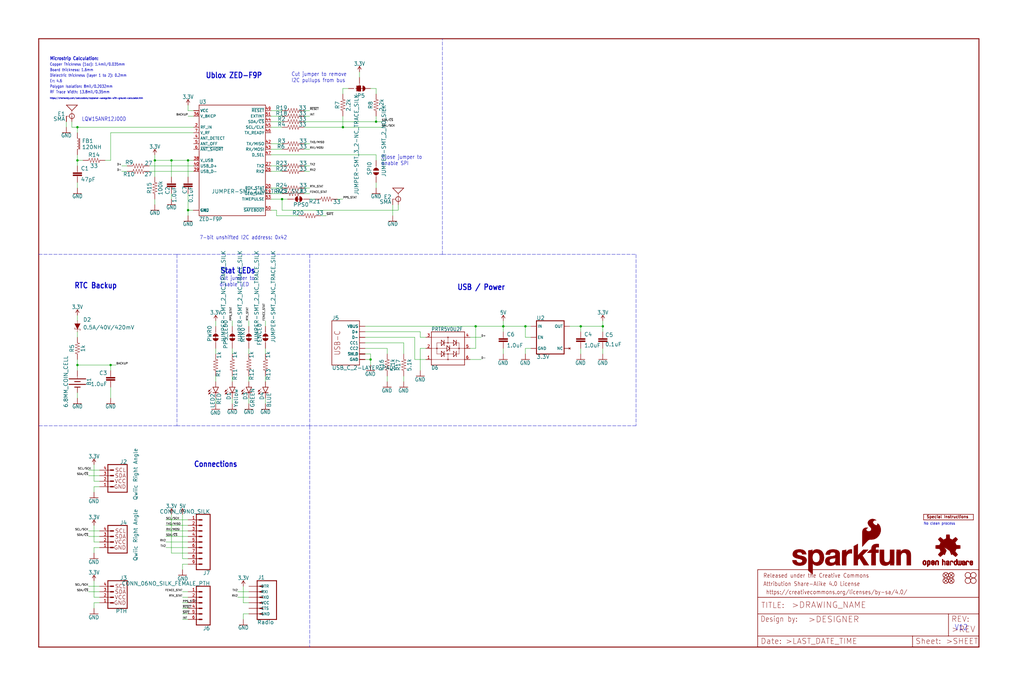
<source format=kicad_sch>
(kicad_sch (version 20211123) (generator eeschema)
  (paper "User" 470.306 317.906)
  (lib_symbols
    (symbol "eagleSchem-eagle-import:0.1UF-0603-25V-5%"
      (property "Reference" "C" (at 1.524 2.921 0))
      (property "Value" "0.1UF-0603-25V-5%" (at 1.524 -2.159 0))
      (symbol "0.1UF-0603-25V-5%_1_0"
        (pin passive line (at 0 5.08 270) (length 2.54) (name "1") (number "1"))
        (pin passive line (at 0 -2.54 90) (length 2.54) (name "2") (number "2"))
      )
    )
    (symbol "eagleSchem-eagle-import:1.0UF-0603-16V-10%-X7R"
      (property "Reference" "C" (at 1.524 2.921 0))
      (property "Value" "1.0UF-0603-16V-10%-X7R" (at 1.524 -2.159 0))
      (symbol "1.0UF-0603-16V-10%-X7R_1_0"
        (pin passive line (at 0 5.08 270) (length 2.54) (name "1") (number "1"))
        (pin passive line (at 0 -2.54 90) (length 2.54) (name "2") (number "2"))
      )
    )
    (symbol "eagleSchem-eagle-import:100KOHM-0603-1{slash}10W-1%"
      (property "Reference" "R" (at 0 1.524 0))
      (property "Value" "100KOHM-0603-1{slash}10W-1%" (at 0 -1.524 0))
      (symbol "100KOHM-0603-1{slash}10W-1%_1_0"
        (pin passive line (at -5.08 0 0) (length 2.54) (name "1") (number "1"))
        (pin passive line (at 5.08 0 180) (length 2.54) (name "2") (number "2"))
      )
    )
    (symbol "eagleSchem-eagle-import:1KOHM-0603-1{slash}10W-1%"
      (property "Reference" "R" (at 0 1.524 0))
      (property "Value" "1KOHM-0603-1{slash}10W-1%" (at 0 -1.524 0))
      (symbol "1KOHM-0603-1{slash}10W-1%_1_0"
        (pin passive line (at -5.08 0 0) (length 2.54) (name "1") (number "1"))
        (pin passive line (at 5.08 0 180) (length 2.54) (name "2") (number "2"))
      )
    )
    (symbol "eagleSchem-eagle-import:2.2KOHM-0603-1{slash}10W-1%"
      (property "Reference" "R" (at 0 1.524 0))
      (property "Value" "2.2KOHM-0603-1{slash}10W-1%" (at 0 -1.524 0))
      (symbol "2.2KOHM-0603-1{slash}10W-1%_1_0"
        (pin passive line (at -5.08 0 0) (length 2.54) (name "1") (number "1"))
        (pin passive line (at 5.08 0 180) (length 2.54) (name "2") (number "2"))
      )
    )
    (symbol "eagleSchem-eagle-import:27OHM-0603-1{slash}10W-1%"
      (property "Reference" "R" (at 0 1.524 0))
      (property "Value" "27OHM-0603-1{slash}10W-1%" (at 0 -1.524 0))
      (symbol "27OHM-0603-1{slash}10W-1%_1_0"
        (pin passive line (at -5.08 0 0) (length 2.54) (name "1") (number "1"))
        (pin passive line (at 5.08 0 180) (length 2.54) (name "2") (number "2"))
      )
    )
    (symbol "eagleSchem-eagle-import:3.3V" (power)
      (property "Value" "3.3V" (at 0 2.794 0))
      (symbol "3.3V_1_0"
        (pin power_in line (at 0 0 90) (length 2.54) (name "3.3V") (number "1"))
      )
    )
    (symbol "eagleSchem-eagle-import:33OHM-0603-1{slash}10W-1%"
      (property "Reference" "R" (at 0 1.524 0))
      (property "Value" "33OHM-0603-1{slash}10W-1%" (at 0 -1.524 0))
      (symbol "33OHM-0603-1{slash}10W-1%_1_0"
        (pin passive line (at -5.08 0 0) (length 2.54) (name "1") (number "1"))
        (pin passive line (at 5.08 0 180) (length 2.54) (name "2") (number "2"))
      )
    )
    (symbol "eagleSchem-eagle-import:47PF-0402-25V-5%-X7R"
      (property "Reference" "C" (at 1.524 2.921 0))
      (property "Value" "47PF-0402-25V-5%-X7R" (at 1.524 -2.159 0))
      (symbol "47PF-0402-25V-5%-X7R_1_0"
        (pin passive line (at 0 5.08 270) (length 2.54) (name "1") (number "1"))
        (pin passive line (at 0 -2.54 90) (length 2.54) (name "2") (number "2"))
      )
    )
    (symbol "eagleSchem-eagle-import:5.1KOHM5.1KOHM-0603-1{slash}10W-1%"
      (property "Reference" "R" (at 0 1.524 0))
      (property "Value" "5.1KOHM5.1KOHM-0603-1{slash}10W-1%" (at 0 -1.524 0))
      (symbol "5.1KOHM5.1KOHM-0603-1{slash}10W-1%_1_0"
        (pin passive line (at -5.08 0 0) (length 2.54) (name "1") (number "1"))
        (pin passive line (at 5.08 0 180) (length 2.54) (name "2") (number "2"))
      )
    )
    (symbol "eagleSchem-eagle-import:5V" (power)
      (property "Value" "5V" (at 0 2.794 0))
      (symbol "5V_1_0"
        (pin power_in line (at 0 0 90) (length 2.54) (name "5V") (number "1"))
      )
    )
    (symbol "eagleSchem-eagle-import:6_PIN_SERIAL_TARGET_NO_SILK"
      (property "Reference" "J" (at -7.62 10.668 0))
      (property "Value" "6_PIN_SERIAL_TARGET_NO_SILK" (at -7.62 -9.906 0))
      (symbol "6_PIN_SERIAL_TARGET_NO_SILK_1_0"
        (pin passive line (at 5.08 -5.08 180) (length 5.08) (name "DTR") (number "1"))
        (pin passive line (at 5.08 -2.54 180) (length 5.08) (name "RXI") (number "2"))
        (pin passive line (at 5.08 0 180) (length 5.08) (name "TXO") (number "3"))
        (pin passive line (at 5.08 2.54 180) (length 5.08) (name "VCC") (number "4"))
        (pin passive line (at 5.08 5.08 180) (length 5.08) (name "CTS") (number "5"))
        (pin passive line (at 5.08 7.62 180) (length 5.08) (name "GND") (number "6"))
      )
    )
    (symbol "eagleSchem-eagle-import:ANTENNA-GROUNDEDEDGE_SMA"
      (property "Reference" "E" (at 3.048 0 0))
      (property "Value" "ANTENNA-GROUNDEDEDGE_SMA" (at 3.048 -2.286 0))
      (symbol "ANTENNA-GROUNDEDEDGE_SMA_1_0"
        (pin bidirectional line (at 2.54 -2.54 90) (length 2.54) (name "GND") (number "GND@0"))
        (pin bidirectional line (at 2.54 -2.54 90) (length 2.54) (name "GND") (number "GND@1"))
        (pin bidirectional line (at 2.54 -2.54 90) (length 2.54) (name "GND") (number "GND@2"))
        (pin bidirectional line (at 2.54 -2.54 90) (length 2.54) (name "GND") (number "GND@3"))
        (pin bidirectional line (at 0 -2.54 90) (length 2.54) (name "SIGNAL") (number "SIG"))
      )
    )
    (symbol "eagleSchem-eagle-import:CONN_06NO_SILK_FEMALE_PTH"
      (property "Reference" "J" (at -5.08 10.668 0))
      (property "Value" "CONN_06NO_SILK_FEMALE_PTH" (at -5.08 -9.906 0))
      (symbol "CONN_06NO_SILK_FEMALE_PTH_1_0"
        (pin passive line (at 5.08 -5.08 180) (length 5.08) (name "1") (number "1"))
        (pin passive line (at 5.08 -2.54 180) (length 5.08) (name "2") (number "2"))
        (pin passive line (at 5.08 0 180) (length 5.08) (name "3") (number "3"))
        (pin passive line (at 5.08 2.54 180) (length 5.08) (name "4") (number "4"))
        (pin passive line (at 5.08 5.08 180) (length 5.08) (name "5") (number "5"))
        (pin passive line (at 5.08 7.62 180) (length 5.08) (name "6") (number "6"))
      )
    )
    (symbol "eagleSchem-eagle-import:CONN_09NO_SILK"
      (property "Reference" "J" (at 0 13.208 0))
      (property "Value" "CONN_09NO_SILK" (at 0 -14.986 0))
      (symbol "CONN_09NO_SILK_1_0"
        (pin passive line (at 10.16 -10.16 180) (length 5.08) (name "1") (number "1"))
        (pin passive line (at 10.16 -7.62 180) (length 5.08) (name "2") (number "2"))
        (pin passive line (at 10.16 -5.08 180) (length 5.08) (name "3") (number "3"))
        (pin passive line (at 10.16 -2.54 180) (length 5.08) (name "4") (number "4"))
        (pin passive line (at 10.16 0 180) (length 5.08) (name "5") (number "5"))
        (pin passive line (at 10.16 2.54 180) (length 5.08) (name "6") (number "6"))
        (pin passive line (at 10.16 5.08 180) (length 5.08) (name "7") (number "7"))
        (pin passive line (at 10.16 7.62 180) (length 5.08) (name "8") (number "8"))
        (pin passive line (at 10.16 10.16 180) (length 5.08) (name "9") (number "9"))
      )
    )
    (symbol "eagleSchem-eagle-import:DIODE-SCHOTTKY-PMEG4005EJ"
      (property "Reference" "D" (at -2.54 2.032 0))
      (property "Value" "DIODE-SCHOTTKY-PMEG4005EJ" (at -2.54 -2.032 0))
      (symbol "DIODE-SCHOTTKY-PMEG4005EJ_1_0"
        (pin passive line (at -2.54 0 0) (length 0) (name "A") (number "A"))
        (pin passive line (at 2.54 0 180) (length 0) (name "C") (number "C"))
      )
    )
    (symbol "eagleSchem-eagle-import:FERRITE_BEAD_GNSS"
      (property "Reference" "FB" (at 1.27 2.54 0))
      (property "Value" "FERRITE_BEAD_GNSS" (at 1.27 -2.54 0))
      (symbol "FERRITE_BEAD_GNSS_1_0"
        (pin passive line (at 0 5.08 270) (length 2.54) (name "1") (number "P1"))
        (pin passive line (at 0 -5.08 90) (length 2.54) (name "2") (number "P2"))
      )
    )
    (symbol "eagleSchem-eagle-import:FIDUCIALUFIDUCIAL")
    (symbol "eagleSchem-eagle-import:FRAME-LEDGER"
      (symbol "FRAME-LEDGER_2_0"
        (text " https://creativecommons.org/licenses/by-sa/4.0/" (at 2.54 24.13 0) (effects (font (size 1.9304 1.6408)) (justify left bottom)))
        (text ">DESIGNER" (at 23.114 11.176 0) (effects (font (size 2.7432 2.7432)) (justify left bottom)))
        (text ">DRAWING_NAME" (at 15.494 17.78 0) (effects (font (size 2.7432 2.7432)) (justify left bottom)))
        (text ">LAST_DATE_TIME" (at 12.7 1.27 0) (effects (font (size 2.54 2.54)) (justify left bottom)))
        (text ">REV" (at 88.9 6.604 0) (effects (font (size 2.7432 2.7432)) (justify left bottom)))
        (text ">SHEET" (at 86.36 1.27 0) (effects (font (size 2.54 2.54)) (justify left bottom)))
        (text "Attribution Share-Alike 4.0 License" (at 2.54 27.94 0) (effects (font (size 1.9304 1.6408)) (justify left bottom)))
        (text "Date:" (at 1.27 1.27 0) (effects (font (size 2.54 2.54)) (justify left bottom)))
        (text "Design by:" (at 1.27 11.43 0) (effects (font (size 2.54 2.159)) (justify left bottom)))
        (text "Released under the Creative Commons" (at 2.54 31.75 0) (effects (font (size 1.9304 1.6408)) (justify left bottom)))
        (text "REV:" (at 88.9 11.43 0) (effects (font (size 2.54 2.54)) (justify left bottom)))
        (text "Sheet:" (at 72.39 1.27 0) (effects (font (size 2.54 2.54)) (justify left bottom)))
        (text "TITLE:" (at 1.524 17.78 0) (effects (font (size 2.54 2.54)) (justify left bottom)))
      )
    )
    (symbol "eagleSchem-eagle-import:GND" (power)
      (property "Value" "GND" (at 0 -0.254 0))
      (symbol "GND_1_0"
        (pin power_in line (at 0 2.54 270) (length 2.54) (name "GND") (number "1"))
      )
    )
    (symbol "eagleSchem-eagle-import:I2C_STANDARDQWIIC"
      (property "Reference" "J" (at -5.08 7.874 0))
      (property "Value" "I2C_STANDARDQWIIC" (at -5.08 -5.334 0))
      (symbol "I2C_STANDARDQWIIC_1_0"
        (text "GND" (at -4.572 -2.54 0) (effects (font (size 1.778 1.778)) (justify left)))
        (text "SCL" (at -4.572 5.08 0) (effects (font (size 1.778 1.778)) (justify left)))
        (text "SDA" (at -4.572 2.54 0) (effects (font (size 1.778 1.778)) (justify left)))
        (text "VCC" (at -4.572 0 0) (effects (font (size 1.778 1.778)) (justify left)))
        (pin power_in line (at 7.62 -2.54 180) (length 5.08) (name "1") (number "1"))
        (pin power_in line (at 7.62 0 180) (length 5.08) (name "2") (number "2"))
        (pin passive line (at 7.62 2.54 180) (length 5.08) (name "3") (number "3"))
        (pin passive line (at 7.62 5.08 180) (length 5.08) (name "4") (number "4"))
      )
    )
    (symbol "eagleSchem-eagle-import:I2C_STANDARD_NO_SILK"
      (property "Reference" "J" (at -5.08 7.874 0))
      (property "Value" "I2C_STANDARD_NO_SILK" (at -5.08 -5.334 0))
      (symbol "I2C_STANDARD_NO_SILK_1_0"
        (text "GND" (at -4.572 -2.54 0) (effects (font (size 1.778 1.778)) (justify left)))
        (text "SCL" (at -4.572 5.08 0) (effects (font (size 1.778 1.778)) (justify left)))
        (text "SDA" (at -4.572 2.54 0) (effects (font (size 1.778 1.778)) (justify left)))
        (text "VCC" (at -4.572 0 0) (effects (font (size 1.778 1.778)) (justify left)))
        (pin power_in line (at 7.62 -2.54 180) (length 5.08) (name "1") (number "1"))
        (pin power_in line (at 7.62 0 180) (length 5.08) (name "2") (number "2"))
        (pin passive line (at 7.62 2.54 180) (length 5.08) (name "3") (number "3"))
        (pin passive line (at 7.62 5.08 180) (length 5.08) (name "4") (number "4"))
      )
    )
    (symbol "eagleSchem-eagle-import:JUMPER-SMT_2_NC_TRACE_SILK"
      (property "Reference" "JP" (at -2.54 2.54 0))
      (property "Value" "JUMPER-SMT_2_NC_TRACE_SILK" (at -2.54 -2.54 0))
      (symbol "JUMPER-SMT_2_NC_TRACE_SILK_1_0"
        (pin passive line (at -5.08 0 0) (length 2.54) (name "1") (number "1"))
        (pin passive line (at 5.08 0 180) (length 2.54) (name "2") (number "2"))
      )
    )
    (symbol "eagleSchem-eagle-import:JUMPER-SMT_2_NO_SILK"
      (property "Reference" "JP" (at -2.54 2.54 0))
      (property "Value" "JUMPER-SMT_2_NO_SILK" (at -2.54 -2.54 0))
      (symbol "JUMPER-SMT_2_NO_SILK_1_0"
        (pin passive line (at -5.08 0 0) (length 2.54) (name "1") (number "1"))
        (pin passive line (at 5.08 0 180) (length 2.54) (name "2") (number "2"))
      )
    )
    (symbol "eagleSchem-eagle-import:JUMPER-SMT_3_2-NC_TRACE_SILK"
      (property "Reference" "JP" (at 2.54 0.381 0))
      (property "Value" "JUMPER-SMT_3_2-NC_TRACE_SILK" (at 2.54 -0.381 0))
      (symbol "JUMPER-SMT_3_2-NC_TRACE_SILK_1_0"
        (pin passive line (at 0 5.08 270) (length 2.54) (name "1") (number "1"))
        (pin passive line (at -5.08 0 0) (length 2.54) (name "2") (number "2"))
        (pin passive line (at 0 -5.08 90) (length 2.54) (name "3") (number "3"))
      )
    )
    (symbol "eagleSchem-eagle-import:LED-BLUE0603"
      (property "Reference" "D" (at -3.429 -4.572 90))
      (property "Value" "LED-BLUE0603" (at 1.905 -4.572 90))
      (symbol "LED-BLUE0603_1_0"
        (pin passive line (at 0 2.54 270) (length 2.54) (name "A") (number "A"))
        (pin passive line (at 0 -5.08 90) (length 2.54) (name "C") (number "C"))
      )
    )
    (symbol "eagleSchem-eagle-import:LED-GREEN0603"
      (property "Reference" "D" (at -3.429 -4.572 90))
      (property "Value" "LED-GREEN0603" (at 1.905 -4.572 90))
      (symbol "LED-GREEN0603_1_0"
        (pin passive line (at 0 2.54 270) (length 2.54) (name "A") (number "A"))
        (pin passive line (at 0 -5.08 90) (length 2.54) (name "C") (number "C"))
      )
    )
    (symbol "eagleSchem-eagle-import:LED-RED0603"
      (property "Reference" "D" (at -3.429 -4.572 90))
      (property "Value" "LED-RED0603" (at 1.905 -4.572 90))
      (symbol "LED-RED0603_1_0"
        (pin passive line (at 0 2.54 270) (length 2.54) (name "A") (number "A"))
        (pin passive line (at 0 -5.08 90) (length 2.54) (name "C") (number "C"))
      )
    )
    (symbol "eagleSchem-eagle-import:LED-YELLOW0603"
      (property "Reference" "D" (at -3.429 -4.572 90))
      (property "Value" "LED-YELLOW0603" (at 1.905 -4.572 90))
      (symbol "LED-YELLOW0603_1_0"
        (pin passive line (at 0 2.54 270) (length 2.54) (name "A") (number "A"))
        (pin passive line (at 0 -5.08 90) (length 2.54) (name "C") (number "C"))
      )
    )
    (symbol "eagleSchem-eagle-import:ML414H_IV01E_BATTERY"
      (property "Reference" "BT" (at 0 4.318 0))
      (property "Value" "ML414H_IV01E_BATTERY" (at 0 -4.318 0))
      (symbol "ML414H_IV01E_BATTERY_1_0"
        (pin power_in line (at -5.08 0 0) (length 2.54) (name "+") (number "+"))
        (pin power_in line (at 5.08 0 180) (length 2.54) (name "-") (number "-"))
      )
    )
    (symbol "eagleSchem-eagle-import:OSHW-LOGOMINI")
    (symbol "eagleSchem-eagle-import:PRTR5V0U2F"
      (property "Reference" "D" (at -7.62 7.874 0))
      (property "Value" "PRTR5V0U2F" (at -7.62 -7.874 0))
      (symbol "PRTR5V0U2F_1_0"
        (pin bidirectional line (at -10.16 5.08 0) (length 2.54) (name "1") (number "1"))
        (pin bidirectional line (at -10.16 0 0) (length 2.54) (name "2") (number "2"))
        (pin bidirectional line (at -10.16 -5.08 0) (length 2.54) (name "3") (number "3"))
        (pin bidirectional line (at 10.16 -5.08 180) (length 2.54) (name "4") (number "4"))
        (pin bidirectional line (at 10.16 0 180) (length 2.54) (name "5") (number "5"))
        (pin bidirectional line (at 10.16 5.08 180) (length 2.54) (name "6") (number "6"))
      )
    )
    (symbol "eagleSchem-eagle-import:SFE_LOGO_NAME_FLAME.1_INCH")
    (symbol "eagleSchem-eagle-import:SPECIAL_INSTRUCTIONS-ORDERING"
      (symbol "SPECIAL_INSTRUCTIONS-ORDERING_1_0"
        (text "Special Instructions" (at 1.27 0.6985 0) (effects (font (size 1.27 1.27) (thickness 0.254) bold) (justify left bottom)))
      )
    )
    (symbol "eagleSchem-eagle-import:STAND-OFF")
    (symbol "eagleSchem-eagle-import:USB_C_2-LAYER_PADS"
      (property "Reference" "J" (at -2.54 10.414 0))
      (property "Value" "USB_C_2-LAYER_PADS" (at -2.54 -12.446 0))
      (symbol "USB_C_2-LAYER_PADS_1_0"
        (text "USB-C" (at 0 0 900) (effects (font (size 2.54 2.159))))
        (pin bidirectional line (at 12.7 0 180) (length 2.54) (name "CC1") (number "A5"))
        (pin bidirectional line (at 12.7 5.08 180) (length 2.54) (name "D+") (number "A6"))
        (pin bidirectional line (at 12.7 2.54 180) (length 2.54) (name "D-") (number "A7"))
        (pin bidirectional line (at 12.7 -2.54 180) (length 2.54) (name "CC2") (number "B5"))
        (pin bidirectional line (at 12.7 5.08 180) (length 2.54) (name "D+") (number "B6"))
        (pin bidirectional line (at 12.7 2.54 180) (length 2.54) (name "D-") (number "B7"))
        (pin bidirectional line (at 12.7 -7.62 180) (length 2.54) (name "GND") (number "GND"))
        (pin bidirectional line (at 12.7 -7.62 180) (length 2.54) (name "GND") (number "GND2"))
        (pin bidirectional line (at 12.7 -5.08 180) (length 2.54) (name "SHLD") (number "SHLD1"))
        (pin bidirectional line (at 12.7 -5.08 180) (length 2.54) (name "SHLD") (number "SHLD2"))
        (pin bidirectional line (at 12.7 -5.08 180) (length 2.54) (name "SHLD") (number "SHLD3"))
        (pin bidirectional line (at 12.7 -5.08 180) (length 2.54) (name "SHLD") (number "SHLD4"))
        (pin bidirectional line (at 12.7 7.62 180) (length 2.54) (name "VBUS") (number "VBUS1"))
        (pin bidirectional line (at 12.7 7.62 180) (length 2.54) (name "VBUS") (number "VBUS2"))
      )
    )
    (symbol "eagleSchem-eagle-import:V_REG_AP2112K-3.3V"
      (property "Reference" "U" (at -7.62 7.874 0))
      (property "Value" "V_REG_AP2112K-3.3V" (at -7.62 -7.874 0))
      (symbol "V_REG_AP2112K-3.3V_1_0"
        (pin input line (at -10.16 5.08 0) (length 2.54) (name "IN") (number "1"))
        (pin input line (at -10.16 -5.08 0) (length 2.54) (name "GND") (number "2"))
        (pin input line (at -10.16 0 0) (length 2.54) (name "EN") (number "3"))
        (pin no_connect line (at 7.62 -5.08 180) (length 2.54) (name "NC") (number "4"))
        (pin passive line (at 7.62 5.08 180) (length 2.54) (name "OUT") (number "5"))
      )
    )
    (symbol "eagleSchem-eagle-import:ZED-F9P"
      (property "Reference" "U" (at -15.24 25.908 0))
      (property "Value" "ZED-F9P" (at -15.24 -27.94 0))
      (symbol "ZED-F9P_1_0"
        (pin bidirectional line (at -17.78 -22.86 0) (length 2.54) (name "GND") (number "1"))
        (pin bidirectional line (at -17.78 -22.86 0) (length 2.54) (name "GND") (number "100"))
        (pin bidirectional line (at -17.78 -22.86 0) (length 2.54) (name "GND") (number "101"))
        (pin bidirectional line (at -17.78 -22.86 0) (length 2.54) (name "GND") (number "102"))
        (pin bidirectional line (at -17.78 -22.86 0) (length 2.54) (name "GND") (number "12"))
        (pin bidirectional line (at -17.78 -22.86 0) (length 2.54) (name "GND") (number "14"))
        (pin bidirectional line (at 17.78 -15.24 180) (length 2.54) (name "GEO_STAT") (number "19"))
        (pin bidirectional line (at -17.78 15.24 0) (length 2.54) (name "RF_IN") (number "2"))
        (pin bidirectional line (at 17.78 -12.7 180) (length 2.54) (name "RTK_STAT") (number "20"))
        (pin bidirectional line (at 17.78 -5.08 180) (length 2.54) (name "RX2") (number "26"))
        (pin bidirectional line (at 17.78 -2.54 180) (length 2.54) (name "TX2") (number "27"))
        (pin bidirectional line (at -17.78 -22.86 0) (length 2.54) (name "GND") (number "3"))
        (pin bidirectional line (at -17.78 -22.86 0) (length 2.54) (name "GND") (number "32"))
        (pin bidirectional line (at -17.78 22.86 0) (length 2.54) (name "VCC") (number "33"))
        (pin bidirectional line (at -17.78 22.86 0) (length 2.54) (name "VCC") (number "34"))
        (pin bidirectional line (at -17.78 20.32 0) (length 2.54) (name "V_BKCP") (number "36"))
        (pin bidirectional line (at -17.78 -22.86 0) (length 2.54) (name "GND") (number "37"))
        (pin bidirectional line (at -17.78 0 0) (length 2.54) (name "V_USB") (number "38"))
        (pin bidirectional line (at -17.78 -5.08 0) (length 2.54) (name "USB_D-") (number "39"))
        (pin bidirectional line (at -17.78 10.16 0) (length 2.54) (name "ANT_DETECT") (number "4"))
        (pin bidirectional line (at -17.78 -2.54 0) (length 2.54) (name "USB_D+") (number "40"))
        (pin bidirectional line (at -17.78 -22.86 0) (length 2.54) (name "GND") (number "41"))
        (pin bidirectional line (at 17.78 7.62 180) (length 2.54) (name "TX/MISO") (number "42"))
        (pin bidirectional line (at 17.78 5.08 180) (length 2.54) (name "RX/MOSI") (number "43"))
        (pin bidirectional line (at 17.78 17.78 180) (length 2.54) (name "SDA/~{CS}") (number "44"))
        (pin bidirectional line (at 17.78 15.24 180) (length 2.54) (name "SCL/CLK") (number "45"))
        (pin bidirectional line (at 17.78 12.7 180) (length 2.54) (name "TX_READY") (number "46"))
        (pin bidirectional line (at 17.78 2.54 180) (length 2.54) (name "D_SEL") (number "47"))
        (pin bidirectional line (at -17.78 -22.86 0) (length 2.54) (name "GND") (number "48"))
        (pin bidirectional line (at 17.78 22.86 180) (length 2.54) (name "~{RESET}") (number "49"))
        (pin bidirectional line (at -17.78 7.62 0) (length 2.54) (name "ANT_OFF") (number "5"))
        (pin bidirectional line (at 17.78 -22.86 180) (length 2.54) (name "~{SAFEBOOT}") (number "50"))
        (pin bidirectional line (at 17.78 20.32 180) (length 2.54) (name "EXTINT") (number "51"))
        (pin bidirectional line (at 17.78 -17.78 180) (length 2.54) (name "TIMEPULSE") (number "53"))
        (pin bidirectional line (at -17.78 -22.86 0) (length 2.54) (name "GND") (number "55"))
        (pin bidirectional line (at -17.78 -22.86 0) (length 2.54) (name "GND") (number "56"))
        (pin bidirectional line (at -17.78 -22.86 0) (length 2.54) (name "GND") (number "57"))
        (pin bidirectional line (at -17.78 -22.86 0) (length 2.54) (name "GND") (number "58"))
        (pin bidirectional line (at -17.78 -22.86 0) (length 2.54) (name "GND") (number "59"))
        (pin bidirectional line (at -17.78 5.08 0) (length 2.54) (name "~{ANT_SHORT}") (number "6"))
        (pin bidirectional line (at -17.78 -22.86 0) (length 2.54) (name "GND") (number "60"))
        (pin bidirectional line (at -17.78 -22.86 0) (length 2.54) (name "GND") (number "61"))
        (pin bidirectional line (at -17.78 -22.86 0) (length 2.54) (name "GND") (number "62"))
        (pin bidirectional line (at -17.78 -22.86 0) (length 2.54) (name "GND") (number "63"))
        (pin bidirectional line (at -17.78 -22.86 0) (length 2.54) (name "GND") (number "64"))
        (pin bidirectional line (at -17.78 -22.86 0) (length 2.54) (name "GND") (number "65"))
        (pin bidirectional line (at -17.78 -22.86 0) (length 2.54) (name "GND") (number "66"))
        (pin bidirectional line (at -17.78 -22.86 0) (length 2.54) (name "GND") (number "67"))
        (pin bidirectional line (at -17.78 -22.86 0) (length 2.54) (name "GND") (number "68"))
        (pin bidirectional line (at -17.78 -22.86 0) (length 2.54) (name "GND") (number "69"))
        (pin bidirectional line (at -17.78 12.7 0) (length 2.54) (name "V_RF") (number "7"))
        (pin bidirectional line (at -17.78 -22.86 0) (length 2.54) (name "GND") (number "70"))
        (pin bidirectional line (at -17.78 -22.86 0) (length 2.54) (name "GND") (number "71"))
        (pin bidirectional line (at -17.78 -22.86 0) (length 2.54) (name "GND") (number "72"))
        (pin bidirectional line (at -17.78 -22.86 0) (length 2.54) (name "GND") (number "73"))
        (pin bidirectional line (at -17.78 -22.86 0) (length 2.54) (name "GND") (number "74"))
        (pin bidirectional line (at -17.78 -22.86 0) (length 2.54) (name "GND") (number "75"))
        (pin bidirectional line (at -17.78 -22.86 0) (length 2.54) (name "GND") (number "76"))
        (pin bidirectional line (at -17.78 -22.86 0) (length 2.54) (name "GND") (number "77"))
        (pin bidirectional line (at -17.78 -22.86 0) (length 2.54) (name "GND") (number "78"))
        (pin bidirectional line (at -17.78 -22.86 0) (length 2.54) (name "GND") (number "79"))
        (pin bidirectional line (at -17.78 -22.86 0) (length 2.54) (name "GND") (number "80"))
        (pin bidirectional line (at -17.78 -22.86 0) (length 2.54) (name "GND") (number "81"))
        (pin bidirectional line (at -17.78 -22.86 0) (length 2.54) (name "GND") (number "82"))
        (pin bidirectional line (at -17.78 -22.86 0) (length 2.54) (name "GND") (number "83"))
        (pin bidirectional line (at -17.78 -22.86 0) (length 2.54) (name "GND") (number "84"))
        (pin bidirectional line (at -17.78 -22.86 0) (length 2.54) (name "GND") (number "85"))
        (pin bidirectional line (at -17.78 -22.86 0) (length 2.54) (name "GND") (number "86"))
        (pin bidirectional line (at -17.78 -22.86 0) (length 2.54) (name "GND") (number "87"))
        (pin bidirectional line (at -17.78 -22.86 0) (length 2.54) (name "GND") (number "88"))
        (pin bidirectional line (at -17.78 -22.86 0) (length 2.54) (name "GND") (number "89"))
        (pin bidirectional line (at -17.78 -22.86 0) (length 2.54) (name "GND") (number "90"))
        (pin bidirectional line (at -17.78 -22.86 0) (length 2.54) (name "GND") (number "91"))
        (pin bidirectional line (at -17.78 -22.86 0) (length 2.54) (name "GND") (number "92"))
        (pin bidirectional line (at -17.78 -22.86 0) (length 2.54) (name "GND") (number "93"))
        (pin bidirectional line (at -17.78 -22.86 0) (length 2.54) (name "GND") (number "94"))
        (pin bidirectional line (at -17.78 -22.86 0) (length 2.54) (name "GND") (number "95"))
        (pin bidirectional line (at -17.78 -22.86 0) (length 2.54) (name "GND") (number "96"))
        (pin bidirectional line (at -17.78 -22.86 0) (length 2.54) (name "GND") (number "97"))
        (pin bidirectional line (at -17.78 -22.86 0) (length 2.54) (name "GND") (number "98"))
        (pin bidirectional line (at -17.78 -22.86 0) (length 2.54) (name "GND") (number "99"))
      )
    )
  )
  (junction (at 157.48 58.42))
  (junction (at 129.54 91.44))
  (junction (at 86.36 73.66))
  (junction (at 71.12 73.66))
  (junction (at 172.72 55.88))
  (junction (at 170.18 165.1))
  (junction (at 266.7 149.86))
  (junction (at 35.56 167.64))
  (junction (at 35.56 73.66))
  (junction (at 231.14 149.86))
  (junction (at 276.86 149.86))
  (junction (at 35.56 58.42))
  (junction (at 50.8 167.64))
  (junction (at 218.44 149.86))
  (junction (at 86.36 96.52))
  (junction (at 241.3 149.86))
  (junction (at 78.74 73.66))
  (wire (pts (xy 167.64 152.4) (xy 193.04 152.4)))
  (wire (pts (xy 45.72 276.86) (xy 43.18 276.86)))
  (wire (pts (xy 231.14 149.86) (xy 218.44 149.86)))
  (wire (pts (xy 172.72 40.64) (xy 170.18 40.64)))
  (wire (pts (xy 78.74 81.28) (xy 78.74 73.66)))
  (wire (pts (xy 88.9 78.74) (xy 68.58 78.74)))
  (wire (pts (xy 139.7 76.2) (xy 142.24 76.2)))
  (wire (pts (xy 86.36 243.84) (xy 76.2 243.84)))
  (wire (pts (xy 76.2 251.46) (xy 86.36 251.46)))
  (wire (pts (xy 43.18 223.52) (xy 43.18 226.06)))
  (wire (pts (xy 124.46 66.04) (xy 129.54 66.04)))
  (wire (pts (xy 43.18 248.92) (xy 43.18 241.3)))
  (wire (pts (xy 35.56 167.64) (xy 35.56 170.18)))
  (polyline (pts (xy 203.2 116.84) (xy 203.2 17.78)))
  (wire (pts (xy 58.42 76.2) (xy 55.88 76.2)))
  (wire (pts (xy 45.72 271.78) (xy 40.64 271.78)))
  (wire (pts (xy 124.46 71.12) (xy 172.72 71.12)))
  (wire (pts (xy 50.8 60.96) (xy 50.8 73.66)))
  (wire (pts (xy 139.7 66.04) (xy 142.24 66.04)))
  (wire (pts (xy 35.56 58.42) (xy 33.02 58.42)))
  (wire (pts (xy 241.3 149.86) (xy 231.14 149.86)))
  (wire (pts (xy 167.64 157.48) (xy 185.42 157.48)))
  (wire (pts (xy 124.46 68.58) (xy 129.54 68.58)))
  (wire (pts (xy 86.36 246.38) (xy 76.2 246.38)))
  (wire (pts (xy 129.54 58.42) (xy 124.46 58.42)))
  (wire (pts (xy 167.64 154.94) (xy 190.5 154.94)))
  (wire (pts (xy 139.7 58.42) (xy 157.48 58.42)))
  (wire (pts (xy 170.18 162.56) (xy 170.18 165.1)))
  (wire (pts (xy 167.64 160.02) (xy 177.8 160.02)))
  (wire (pts (xy 241.3 160.02) (xy 241.3 162.56)))
  (wire (pts (xy 45.72 218.44) (xy 40.64 218.44)))
  (wire (pts (xy 124.46 91.44) (xy 129.54 91.44)))
  (wire (pts (xy 86.36 73.66) (xy 78.74 73.66)))
  (wire (pts (xy 114.3 149.86) (xy 114.3 147.32)))
  (wire (pts (xy 99.06 185.42) (xy 99.06 182.88)))
  (polyline (pts (xy 292.1 195.58) (xy 142.24 195.58)))
  (wire (pts (xy 86.36 88.9) (xy 86.36 96.52)))
  (wire (pts (xy 157.48 40.64) (xy 160.02 40.64)))
  (wire (pts (xy 193.04 160.02) (xy 193.04 170.18)))
  (wire (pts (xy 193.04 154.94) (xy 195.58 154.94)))
  (wire (pts (xy 124.46 88.9) (xy 129.54 88.9)))
  (wire (pts (xy 218.44 149.86) (xy 167.64 149.86)))
  (wire (pts (xy 266.7 162.56) (xy 266.7 160.02)))
  (wire (pts (xy 86.36 241.3) (xy 76.2 241.3)))
  (wire (pts (xy 124.46 50.8) (xy 129.54 50.8)))
  (wire (pts (xy 195.58 160.02) (xy 193.04 160.02)))
  (wire (pts (xy 114.3 182.88) (xy 114.3 185.42)))
  (wire (pts (xy 106.68 182.88) (xy 106.68 185.42)))
  (wire (pts (xy 50.8 167.64) (xy 50.8 170.18)))
  (polyline (pts (xy 142.24 116.84) (xy 142.24 195.58)))
  (wire (pts (xy 276.86 152.4) (xy 276.86 149.86)))
  (wire (pts (xy 180.34 93.98) (xy 180.34 99.06)))
  (polyline (pts (xy 142.24 195.58) (xy 142.24 297.18)))
  (wire (pts (xy 43.18 220.98) (xy 43.18 213.36)))
  (wire (pts (xy 86.36 274.32) (xy 83.82 274.32)))
  (wire (pts (xy 139.7 88.9) (xy 142.24 88.9)))
  (wire (pts (xy 88.9 96.52) (xy 86.36 96.52)))
  (wire (pts (xy 114.3 160.02) (xy 114.3 162.56)))
  (wire (pts (xy 78.74 254) (xy 78.74 236.22)))
  (wire (pts (xy 182.88 96.52) (xy 182.88 93.98)))
  (wire (pts (xy 35.56 144.78) (xy 35.56 147.32)))
  (wire (pts (xy 86.36 81.28) (xy 86.36 73.66)))
  (wire (pts (xy 266.7 149.86) (xy 266.7 152.4)))
  (wire (pts (xy 241.3 149.86) (xy 243.84 149.86)))
  (wire (pts (xy 215.9 160.02) (xy 218.44 160.02)))
  (wire (pts (xy 45.72 251.46) (xy 43.18 251.46)))
  (wire (pts (xy 170.18 165.1) (xy 170.18 167.64)))
  (wire (pts (xy 86.36 254) (xy 78.74 254)))
  (wire (pts (xy 193.04 152.4) (xy 193.04 154.94)))
  (wire (pts (xy 99.06 160.02) (xy 99.06 162.56)))
  (wire (pts (xy 139.7 86.36) (xy 142.24 86.36)))
  (wire (pts (xy 111.76 276.86) (xy 111.76 269.24)))
  (wire (pts (xy 144.78 91.44) (xy 142.24 91.44)))
  (wire (pts (xy 241.3 154.94) (xy 241.3 149.86)))
  (wire (pts (xy 114.3 281.94) (xy 111.76 281.94)))
  (wire (pts (xy 129.54 91.44) (xy 132.08 91.44)))
  (wire (pts (xy 45.72 215.9) (xy 40.64 215.9)))
  (wire (pts (xy 35.56 71.12) (xy 35.56 73.66)))
  (wire (pts (xy 86.36 259.08) (xy 83.82 259.08)))
  (wire (pts (xy 139.7 55.88) (xy 172.72 55.88)))
  (wire (pts (xy 266.7 149.86) (xy 276.86 149.86)))
  (wire (pts (xy 50.8 167.64) (xy 35.56 167.64)))
  (polyline (pts (xy 17.78 116.84) (xy 81.28 116.84)))
  (wire (pts (xy 35.56 152.4) (xy 35.56 154.94)))
  (wire (pts (xy 50.8 73.66) (xy 48.26 73.66)))
  (wire (pts (xy 106.68 172.72) (xy 106.68 175.26)))
  (wire (pts (xy 45.72 248.92) (xy 43.18 248.92)))
  (wire (pts (xy 43.18 274.32) (xy 43.18 266.7)))
  (wire (pts (xy 129.54 55.88) (xy 124.46 55.88)))
  (wire (pts (xy 43.18 251.46) (xy 43.18 254)))
  (wire (pts (xy 190.5 154.94) (xy 190.5 165.1)))
  (wire (pts (xy 83.82 259.08) (xy 83.82 261.62)))
  (wire (pts (xy 139.7 50.8) (xy 142.24 50.8)))
  (wire (pts (xy 86.36 48.26) (xy 86.36 50.8)))
  (wire (pts (xy 99.06 149.86) (xy 99.06 147.32)))
  (wire (pts (xy 114.3 271.78) (xy 109.22 271.78)))
  (wire (pts (xy 172.72 55.88) (xy 175.26 55.88)))
  (wire (pts (xy 172.72 73.66) (xy 172.72 71.12)))
  (wire (pts (xy 35.56 165.1) (xy 35.56 167.64)))
  (wire (pts (xy 215.9 154.94) (xy 220.98 154.94)))
  (wire (pts (xy 45.72 269.24) (xy 40.64 269.24)))
  (wire (pts (xy 185.42 162.56) (xy 185.42 157.48)))
  (polyline (pts (xy 292.1 116.84) (xy 292.1 195.58)))
  (wire (pts (xy 58.42 78.74) (xy 55.88 78.74)))
  (wire (pts (xy 88.9 50.8) (xy 86.36 50.8)))
  (wire (pts (xy 190.5 165.1) (xy 195.58 165.1)))
  (wire (pts (xy 172.72 53.34) (xy 172.72 55.88)))
  (wire (pts (xy 45.72 223.52) (xy 43.18 223.52)))
  (wire (pts (xy 38.1 73.66) (xy 35.56 73.66)))
  (wire (pts (xy 88.9 60.96) (xy 50.8 60.96)))
  (wire (pts (xy 157.48 58.42) (xy 175.26 58.42)))
  (wire (pts (xy 45.72 246.38) (xy 40.64 246.38)))
  (wire (pts (xy 124.46 86.36) (xy 129.54 86.36)))
  (wire (pts (xy 78.74 73.66) (xy 71.12 73.66)))
  (wire (pts (xy 276.86 162.56) (xy 276.86 160.02)))
  (wire (pts (xy 172.72 83.82) (xy 172.72 86.36)))
  (polyline (pts (xy 142.24 116.84) (xy 203.2 116.84)))
  (wire (pts (xy 50.8 167.64) (xy 53.34 167.64)))
  (wire (pts (xy 86.36 271.78) (xy 83.82 271.78)))
  (wire (pts (xy 86.36 281.94) (xy 83.82 281.94)))
  (wire (pts (xy 35.56 58.42) (xy 88.9 58.42)))
  (wire (pts (xy 172.72 43.18) (xy 172.72 40.64)))
  (wire (pts (xy 124.46 76.2) (xy 129.54 76.2)))
  (wire (pts (xy 43.18 276.86) (xy 43.18 279.4)))
  (wire (pts (xy 129.54 91.44) (xy 129.54 96.52)))
  (wire (pts (xy 114.3 274.32) (xy 109.22 274.32)))
  (wire (pts (xy 139.7 68.58) (xy 142.24 68.58)))
  (wire (pts (xy 86.36 256.54) (xy 83.82 256.54)))
  (polyline (pts (xy 142.24 195.58) (xy 81.28 195.58)))
  (wire (pts (xy 177.8 175.26) (xy 177.8 172.72)))
  (wire (pts (xy 30.48 58.42) (xy 30.48 55.88)))
  (polyline (pts (xy 81.28 116.84) (xy 142.24 116.84)))
  (wire (pts (xy 78.74 91.44) (xy 78.74 88.9)))
  (wire (pts (xy 147.32 99.06) (xy 149.86 99.06)))
  (wire (pts (xy 35.56 86.36) (xy 35.56 83.82)))
  (wire (pts (xy 35.56 180.34) (xy 35.56 182.88)))
  (wire (pts (xy 111.76 281.94) (xy 111.76 284.48)))
  (wire (pts (xy 88.9 53.34) (xy 86.36 53.34)))
  (wire (pts (xy 33.02 55.88) (xy 33.02 58.42)))
  (wire (pts (xy 243.84 160.02) (xy 241.3 160.02)))
  (wire (pts (xy 139.7 78.74) (xy 142.24 78.74)))
  (wire (pts (xy 157.48 43.18) (xy 157.48 40.64)))
  (wire (pts (xy 231.14 162.56) (xy 231.14 160.02)))
  (wire (pts (xy 86.36 284.48) (xy 83.82 284.48)))
  (wire (pts (xy 83.82 256.54) (xy 83.82 236.22)))
  (wire (pts (xy 50.8 177.8) (xy 50.8 182.88)))
  (wire (pts (xy 86.36 238.76) (xy 76.2 238.76)))
  (wire (pts (xy 127 99.06) (xy 137.16 99.06)))
  (wire (pts (xy 215.9 165.1) (xy 220.98 165.1)))
  (wire (pts (xy 86.36 279.4) (xy 83.82 279.4)))
  (wire (pts (xy 114.3 172.72) (xy 114.3 175.26)))
  (wire (pts (xy 99.06 175.26) (xy 99.06 172.72)))
  (wire (pts (xy 88.9 76.2) (xy 68.58 76.2)))
  (wire (pts (xy 276.86 147.32) (xy 276.86 149.86)))
  (wire (pts (xy 165.1 33.02) (xy 165.1 35.56)))
  (wire (pts (xy 35.56 73.66) (xy 35.56 76.2)))
  (wire (pts (xy 218.44 160.02) (xy 218.44 149.86)))
  (polyline (pts (xy 81.28 116.84) (xy 81.28 195.58)))
  (wire (pts (xy 35.56 58.42) (xy 35.56 60.96)))
  (wire (pts (xy 71.12 71.12) (xy 71.12 73.66)))
  (wire (pts (xy 157.48 53.34) (xy 157.48 58.42)))
  (wire (pts (xy 261.62 149.86) (xy 266.7 149.86)))
  (polyline (pts (xy 203.2 116.84) (xy 292.1 116.84)))
  (wire (pts (xy 121.92 182.88) (xy 121.92 185.42)))
  (wire (pts (xy 124.46 96.52) (xy 127 96.52)))
  (wire (pts (xy 45.72 243.84) (xy 40.64 243.84)))
  (wire (pts (xy 86.36 276.86) (xy 83.82 276.86)))
  (wire (pts (xy 45.72 274.32) (xy 43.18 274.32)))
  (wire (pts (xy 76.2 248.92) (xy 86.36 248.92)))
  (wire (pts (xy 106.68 149.86) (xy 106.68 147.32)))
  (wire (pts (xy 124.46 53.34) (xy 129.54 53.34)))
  (wire (pts (xy 106.68 160.02) (xy 106.68 162.56)))
  (wire (pts (xy 71.12 93.98) (xy 71.12 91.44)))
  (wire (pts (xy 139.7 53.34) (xy 142.24 53.34)))
  (wire (pts (xy 86.36 96.52) (xy 86.36 99.06)))
  (wire (pts (xy 114.3 276.86) (xy 111.76 276.86)))
  (wire (pts (xy 121.92 149.86) (xy 121.92 147.32)))
  (wire (pts (xy 167.64 162.56) (xy 170.18 162.56)))
  (wire (pts (xy 231.14 152.4) (xy 231.14 149.86)))
  (wire (pts (xy 127 96.52) (xy 127 99.06)))
  (wire (pts (xy 71.12 73.66) (xy 71.12 81.28)))
  (wire (pts (xy 154.94 91.44) (xy 157.48 91.44)))
  (wire (pts (xy 121.92 172.72) (xy 121.92 175.26)))
  (polyline (pts (xy 81.28 195.58) (xy 17.78 195.58)))
  (wire (pts (xy 185.42 175.26) (xy 185.42 172.72)))
  (wire (pts (xy 177.8 160.02) (xy 177.8 162.56)))
  (wire (pts (xy 129.54 96.52) (xy 182.88 96.52)))
  (wire (pts (xy 45.72 220.98) (xy 43.18 220.98)))
  (wire (pts (xy 88.9 73.66) (xy 86.36 73.66)))
  (wire (pts (xy 167.64 165.1) (xy 170.18 165.1)))
  (wire (pts (xy 121.92 160.02) (xy 121.92 162.56)))
  (wire (pts (xy 231.14 149.86) (xy 231.14 147.32)))
  (wire (pts (xy 243.84 154.94) (xy 241.3 154.94)))
  (wire (pts (xy 124.46 78.74) (xy 129.54 78.74)))
  (text "Microstrip Calculation:" (at 22.86 27.94 180) (effects (font (size 1.524 1.2954) (thickness 0.2591) bold) (justify left bottom)))
  (text "LQW15ANR12J00D" (at 37.592 55.88 180) (effects (font (size 1.778 1.5113)) (justify left bottom)))
  (text "Cut jumper to\ndisable LED" (at 100.838 131.826 180) (effects (font (size 1.778 1.5113)) (justify left bottom)))
  (text "https://chemandy.com/calculators/coplanar-waveguide-with-ground-calculator.htm" (at 22.86 45.72 0) (effects (font (size 0.762 0.6477)) (justify left bottom)))
  (text "7-bit unshifted I2C address: 0x42" (at 111.76 109.22 180) (effects (font (size 1.778 1.5113))))
  (text "Connections" (at 99.06 213.36 180) (effects (font (size 2.54 2.159) (thickness 0.4318) bold)))
  (text "Dielectric thickness (layer 1 to 2): 0.2mm" (at 22.86 35.56 180) (effects (font (size 1.27 1.0795)) (justify left bottom)))
  (text "V12" (at 438.404 289.814 180) (effects (font (size 2.54 2.159)) (justify left bottom)))
  (text "USB / Power" (at 220.98 132.08 180) (effects (font (size 2.54 2.159) (thickness 0.4318) bold)))
  (text "No clean process" (at 424.18 241.3 180) (effects (font (size 1.27 1.0795)) (justify left bottom)))
  (text "Polygon Isolation: 8mil/0.2032mm" (at 22.86 40.64 180) (effects (font (size 1.27 1.0795)) (justify left bottom)))
  (text "Board thickness: 1.6mm" (at 22.86 33.02 180) (effects (font (size 1.27 1.0795)) (justify left bottom)))
  (text "Er: 4.6" (at 22.86 38.1 180) (effects (font (size 1.27 1.0795)) (justify left bottom)))
  (text "Cut jumper to remove\nI2C pullups from bus" (at 133.858 38.1 180) (effects (font (size 1.778 1.5113)) (justify left bottom)))
  (text "Ublox ZED-F9P" (at 107.442 34.798 180) (effects (font (size 2.54 2.159) (thickness 0.4318) bold)))
  (text "Copper Thickness (1oz): 1.4mil/0.035mm" (at 22.86 30.48 180) (effects (font (size 1.27 1.0795)) (justify left bottom)))
  (text "RTC Backup" (at 43.942 131.318 180) (effects (font (size 2.54 2.159) (thickness 0.4318) bold)))
  (text "Stat LEDs" (at 109.22 124.46 180) (effects (font (size 2.54 2.159) (thickness 0.4318) bold)))
  (text "Close jumper to\nenable SPI" (at 175.26 76.2 180) (effects (font (size 1.778 1.5113)) (justify left bottom)))
  (text "RF Trace Width: 13.8mil/0.35mm" (at 22.86 43.18 180) (effects (font (size 1.27 1.0795)) (justify left bottom)))
  (label "~{RESET}" (at 142.24 50.8 0) (effects (font (size 0.889 0.889))))
  (label "PPS_STAT" (at 83.82 276.86 0) (effects (font (size 0.889 0.889))))
  (label "D+" (at 220.98 154.94 0) (effects (font (size 0.889 0.889))))
  (label "PPS_STAT" (at 157.48 91.44 0) (effects (font (size 0.889 0.889))))
  (label "SDA/~{CS}" (at 40.64 271.78 180) (effects (font (size 0.889 0.889))))
  (label "D+" (at 55.88 76.2 180) (effects (font (size 0.889 0.889))))
  (label "SDA/~{CS}" (at 40.64 246.38 180) (effects (font (size 0.889 0.889))))
  (label "RTK_STAT" (at 142.24 86.36 0) (effects (font (size 0.889 0.889))))
  (label "RXI/MOSI" (at 76.2 243.84 0) (effects (font (size 0.889 0.889))))
  (label "TX2" (at 142.24 76.2 0) (effects (font (size 0.889 0.889))))
  (label "TXO/MISO" (at 76.2 241.3 0) (effects (font (size 0.889 0.889))))
  (label "SCL/SCK" (at 76.2 238.76 0) (effects (font (size 0.889 0.889))))
  (label "RX2" (at 76.2 248.92 180) (effects (font (size 0.889 0.889))))
  (label "SDA/~{CS}" (at 76.2 246.38 0) (effects (font (size 0.889 0.889))))
  (label "SCL/SCK" (at 40.64 243.84 180) (effects (font (size 0.889 0.889))))
  (label "~{RESET}" (at 83.82 279.4 0) (effects (font (size 0.889 0.889))))
  (label "RXI/MOSI" (at 142.24 68.58 0) (effects (font (size 0.889 0.889))))
  (label "BACKUP" (at 53.34 167.64 0) (effects (font (size 0.889 0.889))))
  (label "INT" (at 83.82 284.48 0) (effects (font (size 0.889 0.889))))
  (label "SCL/SCK" (at 175.26 58.42 0) (effects (font (size 0.889 0.889))))
  (label "SDA/~{CS}" (at 40.64 218.44 180) (effects (font (size 0.889 0.889))))
  (label "~{SAFE}" (at 149.86 99.06 0) (effects (font (size 0.889 0.889))))
  (label "D-" (at 220.98 165.1 0) (effects (font (size 0.889 0.889))))
  (label "BACKUP" (at 86.36 53.34 180) (effects (font (size 0.889 0.889))))
  (label "SDA/~{CS}" (at 175.26 55.88 0) (effects (font (size 0.889 0.889))))
  (label "RX2" (at 109.22 274.32 180) (effects (font (size 0.889 0.889))))
  (label "RX2" (at 142.24 78.74 0) (effects (font (size 0.889 0.889))))
  (label "TX2" (at 109.22 271.78 180) (effects (font (size 0.889 0.889))))
  (label "PPS_STAT" (at 106.68 147.32 90) (effects (font (size 0.889 0.889))))
  (label "RTK_STAT" (at 114.3 147.32 90) (effects (font (size 0.889 0.889))))
  (label "SCL/SCK" (at 41.91 215.9 180) (effects (font (size 0.889 0.889))))
  (label "D-" (at 55.88 78.74 180) (effects (font (size 0.889 0.889))))
  (label "FENCE_STAT" (at 121.92 147.32 90) (effects (font (size 0.889 0.889))))
  (label "RTK_STAT" (at 83.82 274.32 180) (effects (font (size 0.889 0.889))))
  (label "FENCE_STAT" (at 83.82 271.78 180) (effects (font (size 0.889 0.889))))
  (label "SCL/SCK" (at 40.64 269.24 180) (effects (font (size 0.889 0.889))))
  (label "TXO/MISO" (at 142.24 66.04 0) (effects (font (size 0.889 0.889))))
  (label "~{SAFE}" (at 83.82 281.94 0) (effects (font (size 0.889 0.889))))
  (label "FENCE_STAT" (at 142.24 88.9 0) (effects (font (size 0.889 0.889))))
  (label "TX2" (at 76.2 251.46 180) (effects (font (size 0.889 0.889))))
  (label "INT" (at 142.24 53.34 0) (effects (font (size 0.889 0.889))))
  (symbol (lib_id "eagleSchem-eagle-import:LED-YELLOW0603") (at 106.68 177.8 0) (unit 1)
    (property "Reference" "D1" (at 106.045 183.769 90) (effects (font (size 1.778 1.778)) (justify left bottom)))
    (property "Value" "Yellow" (at 107.315 187.198 90) (effects (font (size 1.778 1.778)) (justify left top)))
    (property "Footprint" "eagleSchem:LED-0603" (effects hide))
  )
  (symbol (lib_id "eagleSchem-eagle-import:GND") (at 43.18 281.94 0) (unit 1)
    (property "Reference" "#GND7" (effects hide))
    (property "Value" "GND" (at 40.64 284.48 0) (effects (font (size 1.778 1.5113)) (justify left bottom)))
    (property "Footprint" "eagleSchem:" (effects hide))
  )
  (symbol (lib_id "eagleSchem-eagle-import:5.1KOHM5.1KOHM-0603-1{slash}10W-1%") (at 177.8 167.64 90) (unit 1)
    (property "Reference" "R16" (at 176.276 167.64 0) (effects (font (size 1.778 1.778)) (justify bottom)))
    (property "Value" "5.1k" (at 179.324 167.64 0) (effects (font (size 1.778 1.778)) (justify top)))
    (property "Footprint" "eagleSchem:0603" (effects hide))
  )
  (symbol (lib_id "eagleSchem-eagle-import:GND") (at 50.8 185.42 0) (unit 1)
    (property "Reference" "#GND10" (effects hide))
    (property "Value" "GND" (at 50.8 185.674 0) (effects (font (size 1.778 1.5113)) (justify top)))
    (property "Footprint" "eagleSchem:" (effects hide))
  )
  (symbol (lib_id "eagleSchem-eagle-import:1KOHM-0603-1{slash}10W-1%") (at 35.56 160.02 90) (unit 1)
    (property "Reference" "R5" (at 34.036 160.02 0) (effects (font (size 1.778 1.778)) (justify bottom)))
    (property "Value" "1k" (at 37.084 160.02 0) (effects (font (size 1.778 1.778)) (justify top)))
    (property "Footprint" "eagleSchem:0603" (effects hide))
  )
  (symbol (lib_id "eagleSchem-eagle-import:33OHM-0603-1{slash}10W-1%") (at 134.62 76.2 0) (unit 1)
    (property "Reference" "R23" (at 129.286 75.946 0) (effects (font (size 1.778 1.778)) (justify bottom)))
    (property "Value" "33" (at 139.192 75.946 0) (effects (font (size 1.778 1.778)) (justify bottom)))
    (property "Footprint" "eagleSchem:0603" (effects hide))
  )
  (symbol (lib_id "eagleSchem-eagle-import:ANTENNA-GROUNDEDEDGE_SMA") (at 182.88 91.44 0) (mirror y) (unit 1)
    (property "Reference" "E2" (at 179.832 91.44 0) (effects (font (size 1.778 1.778)) (justify left bottom)))
    (property "Value" "SMA" (at 179.832 93.726 0) (effects (font (size 1.778 1.778)) (justify left bottom)))
    (property "Footprint" "eagleSchem:SMA-EDGE" (effects hide))
  )
  (symbol (lib_id "eagleSchem-eagle-import:2.2KOHM-0603-1{slash}10W-1%") (at 157.48 48.26 90) (unit 1)
    (property "Reference" "R7" (at 155.956 48.26 0) (effects (font (size 1.778 1.778)) (justify bottom)))
    (property "Value" "2.2k" (at 159.004 48.26 0) (effects (font (size 1.778 1.778)) (justify top)))
    (property "Footprint" "eagleSchem:0603" (effects hide))
  )
  (symbol (lib_id "eagleSchem-eagle-import:GND") (at 43.18 228.6 0) (unit 1)
    (property "Reference" "#GND6" (effects hide))
    (property "Value" "GND" (at 40.64 231.14 0) (effects (font (size 1.778 1.5113)) (justify left bottom)))
    (property "Footprint" "eagleSchem:" (effects hide))
  )
  (symbol (lib_id "eagleSchem-eagle-import:33OHM-0603-1{slash}10W-1%") (at 134.62 88.9 0) (unit 1)
    (property "Reference" "R25" (at 129.286 88.646 0) (effects (font (size 1.778 1.778)) (justify bottom)))
    (property "Value" "33" (at 139.192 88.646 0) (effects (font (size 1.778 1.778)) (justify bottom)))
    (property "Footprint" "eagleSchem:0603" (effects hide))
  )
  (symbol (lib_id "eagleSchem-eagle-import:JUMPER-SMT_2_NO_SILK") (at 172.72 78.74 90) (unit 1)
    (property "Reference" "SPI0" (at 170.688 80.518 0) (effects (font (size 1.778 1.778)) (justify left bottom)))
    (property "Value" "JUMPER-SMT_2_NO_SILK" (at 175.26 81.28 0) (effects (font (size 1.778 1.778)) (justify left top)))
    (property "Footprint" "eagleSchem:SMT-JUMPER_2_NO_SILK" (effects hide))
  )
  (symbol (lib_id "eagleSchem-eagle-import:GND") (at 71.12 96.52 0) (unit 1)
    (property "Reference" "#GND19" (effects hide))
    (property "Value" "GND" (at 71.12 96.774 0) (effects (font (size 1.778 1.5113)) (justify top)))
    (property "Footprint" "eagleSchem:" (effects hide))
  )
  (symbol (lib_id "eagleSchem-eagle-import:GND") (at 106.68 187.96 0) (unit 1)
    (property "Reference" "#GND4" (effects hide))
    (property "Value" "GND" (at 106.68 188.214 0) (effects (font (size 1.778 1.5113)) (justify top)))
    (property "Footprint" "eagleSchem:" (effects hide))
  )
  (symbol (lib_id "eagleSchem-eagle-import:1.0UF-0603-16V-10%-X7R") (at 266.7 157.48 0) (unit 1)
    (property "Reference" "C4" (at 268.224 154.559 0) (effects (font (size 1.778 1.778)) (justify left bottom)))
    (property "Value" "1.0uF" (at 268.224 159.639 0) (effects (font (size 1.778 1.778)) (justify left bottom)))
    (property "Footprint" "eagleSchem:0603" (effects hide))
  )
  (symbol (lib_id "eagleSchem-eagle-import:GND") (at 276.86 165.1 0) (unit 1)
    (property "Reference" "#GND13" (effects hide))
    (property "Value" "GND" (at 274.32 167.64 0) (effects (font (size 1.778 1.5113)) (justify left bottom)))
    (property "Footprint" "eagleSchem:" (effects hide))
  )
  (symbol (lib_id "eagleSchem-eagle-import:ZED-F9P") (at 106.68 73.66 0) (unit 1)
    (property "Reference" "U3" (at 91.44 47.752 0) (effects (font (size 1.778 1.5113)) (justify left bottom)))
    (property "Value" "ZED-F9P" (at 91.44 101.6 0) (effects (font (size 1.778 1.5113)) (justify left bottom)))
    (property "Footprint" "eagleSchem:ZED-F9P" (effects hide))
  )
  (symbol (lib_id "eagleSchem-eagle-import:5.1KOHM5.1KOHM-0603-1{slash}10W-1%") (at 185.42 167.64 90) (unit 1)
    (property "Reference" "R17" (at 183.896 167.64 0) (effects (font (size 1.778 1.778)) (justify bottom)))
    (property "Value" "5.1k" (at 186.944 167.64 0) (effects (font (size 1.778 1.778)) (justify top)))
    (property "Footprint" "eagleSchem:0603" (effects hide))
  )
  (symbol (lib_id "eagleSchem-eagle-import:LED-BLUE0603") (at 121.92 177.8 0) (unit 1)
    (property "Reference" "D4" (at 121.285 183.769 90) (effects (font (size 1.778 1.778)) (justify left bottom)))
    (property "Value" "BLUE" (at 122.555 187.198 90) (effects (font (size 1.778 1.778)) (justify left top)))
    (property "Footprint" "eagleSchem:LED-0603" (effects hide))
  )
  (symbol (lib_id "eagleSchem-eagle-import:GND") (at 43.18 256.54 0) (unit 1)
    (property "Reference" "#GND8" (effects hide))
    (property "Value" "GND" (at 40.64 259.08 0) (effects (font (size 1.778 1.5113)) (justify left bottom)))
    (property "Footprint" "eagleSchem:" (effects hide))
  )
  (symbol (lib_id "eagleSchem-eagle-import:33OHM-0603-1{slash}10W-1%") (at 134.62 68.58 0) (unit 1)
    (property "Reference" "R6" (at 129.032 68.326 0) (effects (font (size 1.778 1.778)) (justify bottom)))
    (property "Value" "33" (at 139.192 68.326 0) (effects (font (size 1.778 1.778)) (justify bottom)))
    (property "Footprint" "eagleSchem:0603" (effects hide))
  )
  (symbol (lib_id "eagleSchem-eagle-import:GND") (at 180.34 101.6 0) (unit 1)
    (property "Reference" "#GND25" (effects hide))
    (property "Value" "GND" (at 180.34 101.854 0) (effects (font (size 1.778 1.5113)) (justify top)))
    (property "Footprint" "eagleSchem:" (effects hide))
  )
  (symbol (lib_id "eagleSchem-eagle-import:33OHM-0603-1{slash}10W-1%") (at 134.62 66.04 0) (unit 1)
    (property "Reference" "R3" (at 129.286 65.786 0) (effects (font (size 1.778 1.778)) (justify bottom)))
    (property "Value" "33" (at 139.192 65.786 0) (effects (font (size 1.778 1.778)) (justify bottom)))
    (property "Footprint" "eagleSchem:0603" (effects hide))
  )
  (symbol (lib_id "eagleSchem-eagle-import:STAND-OFF") (at 447.04 264.16 0) (unit 1)
    (property "Reference" "JP31" (effects hide))
    (property "Value" "STAND-OFF" (effects hide))
    (property "Footprint" "eagleSchem:STAND-OFF" (effects hide))
  )
  (symbol (lib_id "eagleSchem-eagle-import:USB_C_2-LAYER_PADS") (at 154.94 157.48 0) (unit 1)
    (property "Reference" "J5" (at 152.4 147.066 0) (effects (font (size 1.778 1.778)) (justify left bottom)))
    (property "Value" "USB_C_2-LAYER_PADS" (at 152.4 169.926 0) (effects (font (size 1.778 1.778)) (justify left bottom)))
    (property "Footprint" "eagleSchem:USB-C-16P-2LAYER-PADS" (effects hide))
  )
  (symbol (lib_id "eagleSchem-eagle-import:GND") (at 170.18 170.18 0) (unit 1)
    (property "Reference" "#GND20" (effects hide))
    (property "Value" "GND" (at 167.64 172.72 0) (effects (font (size 1.778 1.5113)) (justify left bottom)))
    (property "Footprint" "eagleSchem:" (effects hide))
  )
  (symbol (lib_id "eagleSchem-eagle-import:1.0UF-0603-16V-10%-X7R") (at 231.14 157.48 0) (unit 1)
    (property "Reference" "C6" (at 232.664 154.559 0) (effects (font (size 1.778 1.778)) (justify left bottom)))
    (property "Value" "1.0uF" (at 232.664 159.639 0) (effects (font (size 1.778 1.778)) (justify left bottom)))
    (property "Footprint" "eagleSchem:0603" (effects hide))
  )
  (symbol (lib_id "eagleSchem-eagle-import:1KOHM-0603-1{slash}10W-1%") (at 121.92 167.64 90) (unit 1)
    (property "Reference" "R13" (at 124.206 171.958 0) (effects (font (size 1.778 1.778)) (justify bottom)))
    (property "Value" "1k" (at 124.079 162.941 0) (effects (font (size 1.778 1.778)) (justify bottom)))
    (property "Footprint" "eagleSchem:0603" (effects hide))
  )
  (symbol (lib_id "eagleSchem-eagle-import:27OHM-0603-1{slash}10W-1%") (at 63.5 76.2 0) (unit 1)
    (property "Reference" "R9" (at 59.309 75.565 0) (effects (font (size 1.778 1.778)) (justify bottom)))
    (property "Value" "27" (at 68.199 75.946 0) (effects (font (size 1.778 1.778)) (justify bottom)))
    (property "Footprint" "eagleSchem:0603" (effects hide))
  )
  (symbol (lib_id "eagleSchem-eagle-import:GND") (at 99.06 187.96 0) (unit 1)
    (property "Reference" "#GND12" (effects hide))
    (property "Value" "GND" (at 96.52 190.5 0) (effects (font (size 1.778 1.5113)) (justify left bottom)))
    (property "Footprint" "eagleSchem:" (effects hide))
  )
  (symbol (lib_id "eagleSchem-eagle-import:47PF-0402-25V-5%-X7R") (at 35.56 81.28 0) (unit 1)
    (property "Reference" "C1" (at 37.084 78.359 0) (effects (font (size 1.778 1.778)) (justify left bottom)))
    (property "Value" "47pF" (at 37.084 83.439 0) (effects (font (size 1.778 1.778)) (justify left bottom)))
    (property "Footprint" "eagleSchem:0402" (effects hide))
  )
  (symbol (lib_id "eagleSchem-eagle-import:FRAME-LEDGER") (at 347.98 297.18 0) (unit 2)
    (property "Reference" "FRAME2" (effects hide))
    (property "Value" "FRAME-LEDGER" (effects hide))
    (property "Footprint" "eagleSchem:CREATIVE_COMMONS" (effects hide))
  )
  (symbol (lib_id "eagleSchem-eagle-import:GND") (at 83.82 264.16 0) (mirror y) (unit 1)
    (property "Reference" "#GND1" (effects hide))
    (property "Value" "GND" (at 86.36 266.7 0) (effects (font (size 1.778 1.5113)) (justify left bottom)))
    (property "Footprint" "eagleSchem:" (effects hide))
  )
  (symbol (lib_id "eagleSchem-eagle-import:3.3V") (at 35.56 144.78 0) (unit 1)
    (property "Reference" "#SUPPLY5" (effects hide))
    (property "Value" "3.3V" (at 35.56 141.986 0) (effects (font (size 1.778 1.5113)) (justify bottom)))
    (property "Footprint" "eagleSchem:" (effects hide))
  )
  (symbol (lib_id "eagleSchem-eagle-import:JUMPER-SMT_2_NC_TRACE_SILK") (at 114.3 154.94 90) (unit 1)
    (property "Reference" "RTK0" (at 112.522 157.226 0) (effects (font (size 1.778 1.778)) (justify left bottom)))
    (property "Value" "JUMPER-SMT_2_NC_TRACE_SILK" (at 116.84 157.48 0) (effects (font (size 1.778 1.778)) (justify left top)))
    (property "Footprint" "eagleSchem:SMT-JUMPER_2_NC_TRACE_SILK" (effects hide))
  )
  (symbol (lib_id "eagleSchem-eagle-import:33OHM-0603-1{slash}10W-1%") (at 134.62 58.42 0) (unit 1)
    (property "Reference" "R4" (at 129.286 58.166 0) (effects (font (size 1.778 1.778)) (justify bottom)))
    (property "Value" "33" (at 138.938 58.166 0) (effects (font (size 1.778 1.778)) (justify bottom)))
    (property "Footprint" "eagleSchem:0603" (effects hide))
  )
  (symbol (lib_id "eagleSchem-eagle-import:1.0UF-0603-16V-10%-X7R") (at 78.74 86.36 0) (unit 1)
    (property "Reference" "C2" (at 77.978 89.408 90) (effects (font (size 1.778 1.778)) (justify left bottom)))
    (property "Value" "1.0uF" (at 81.026 93.218 90) (effects (font (size 1.778 1.778)) (justify left bottom)))
    (property "Footprint" "eagleSchem:0603" (effects hide))
  )
  (symbol (lib_id "eagleSchem-eagle-import:3.3V") (at 165.1 33.02 0) (unit 1)
    (property "Reference" "#SUPPLY9" (effects hide))
    (property "Value" "3.3V" (at 165.1 30.226 0) (effects (font (size 1.778 1.5113)) (justify bottom)))
    (property "Footprint" "eagleSchem:" (effects hide))
  )
  (symbol (lib_id "eagleSchem-eagle-import:GND") (at 185.42 177.8 0) (unit 1)
    (property "Reference" "#GND22" (effects hide))
    (property "Value" "GND" (at 182.88 180.34 0) (effects (font (size 1.778 1.5113)) (justify left bottom)))
    (property "Footprint" "eagleSchem:" (effects hide))
  )
  (symbol (lib_id "eagleSchem-eagle-import:GND") (at 35.56 185.42 0) (unit 1)
    (property "Reference" "#GND5" (effects hide))
    (property "Value" "GND" (at 35.56 185.674 0) (effects (font (size 1.778 1.5113)) (justify top)))
    (property "Footprint" "eagleSchem:" (effects hide))
  )
  (symbol (lib_id "eagleSchem-eagle-import:I2C_STANDARD_NO_SILK") (at 53.34 274.32 0) (mirror y) (unit 1)
    (property "Reference" "J3" (at 58.42 266.446 0) (effects (font (size 1.778 1.778)) (justify left bottom)))
    (property "Value" "PTH" (at 58.42 279.654 0) (effects (font (size 1.778 1.778)) (justify left top)))
    (property "Footprint" "eagleSchem:1X04_NO_SILK" (effects hide))
  )
  (symbol (lib_id "eagleSchem-eagle-import:33OHM-0603-1{slash}10W-1%") (at 43.18 73.66 0) (unit 1)
    (property "Reference" "R14" (at 43.18 72.136 0) (effects (font (size 1.778 1.778)) (justify bottom)))
    (property "Value" "33" (at 43.18 75.184 0) (effects (font (size 1.778 1.778)) (justify top)))
    (property "Footprint" "eagleSchem:0603" (effects hide))
  )
  (symbol (lib_id "eagleSchem-eagle-import:3.3V") (at 99.06 147.32 0) (unit 1)
    (property "Reference" "#P+1" (effects hide))
    (property "Value" "3.3V" (at 99.06 144.526 0) (effects (font (size 1.778 1.5113)) (justify bottom)))
    (property "Footprint" "eagleSchem:" (effects hide))
  )
  (symbol (lib_id "eagleSchem-eagle-import:GND") (at 111.76 287.02 0) (unit 1)
    (property "Reference" "#GND23" (effects hide))
    (property "Value" "GND" (at 111.76 287.274 0) (effects (font (size 1.778 1.5113)) (justify top)))
    (property "Footprint" "eagleSchem:" (effects hide))
  )
  (symbol (lib_id "eagleSchem-eagle-import:DIODE-SCHOTTKY-PMEG4005EJ") (at 35.56 149.86 270) (unit 1)
    (property "Reference" "D2" (at 38.1 147.828 90) (effects (font (size 1.778 1.778)) (justify left bottom)))
    (property "Value" "0.5A/40V/420mV" (at 38.1 149.352 90) (effects (font (size 1.778 1.778)) (justify left top)))
    (property "Footprint" "eagleSchem:SOD-323" (effects hide))
  )
  (symbol (lib_id "eagleSchem-eagle-import:GND") (at 172.72 88.9 0) (unit 1)
    (property "Reference" "#GND2" (effects hide))
    (property "Value" "GND" (at 172.72 89.154 0) (effects (font (size 1.778 1.5113)) (justify top)))
    (property "Footprint" "eagleSchem:" (effects hide))
  )
  (symbol (lib_id "eagleSchem-eagle-import:STAND-OFF") (at 444.5 266.7 0) (unit 1)
    (property "Reference" "JP101" (effects hide))
    (property "Value" "STAND-OFF" (effects hide))
    (property "Footprint" "eagleSchem:STAND-OFF" (effects hide))
  )
  (symbol (lib_id "eagleSchem-eagle-import:33OHM-0603-1{slash}10W-1%") (at 149.86 91.44 0) (unit 1)
    (property "Reference" "R21" (at 144.526 93.472 0) (effects (font (size 1.778 1.778)) (justify bottom)))
    (property "Value" "33" (at 154.686 93.726 0) (effects (font (size 1.778 1.778)) (justify bottom)))
    (property "Footprint" "eagleSchem:0603" (effects hide))
  )
  (symbol (lib_id "eagleSchem-eagle-import:ML414H_IV01E_BATTERY") (at 35.56 175.26 270) (unit 1)
    (property "Reference" "B1" (at 39.878 175.26 0) (effects (font (size 1.778 1.778)) (justify bottom)))
    (property "Value" "6.8MM_COIN_CELL" (at 31.242 175.26 0) (effects (font (size 1.778 1.778)) (justify top)))
    (property "Footprint" "eagleSchem:ML414H_IV01E" (effects hide))
  )
  (symbol (lib_id "eagleSchem-eagle-import:STAND-OFF") (at 447.04 266.7 0) (unit 1)
    (property "Reference" "JP41" (effects hide))
    (property "Value" "STAND-OFF" (effects hide))
    (property "Footprint" "eagleSchem:STAND-OFF" (effects hide))
  )
  (symbol (lib_id "eagleSchem-eagle-import:GND") (at 177.8 177.8 0) (unit 1)
    (property "Reference" "#GND21" (effects hide))
    (property "Value" "GND" (at 175.26 180.34 0) (effects (font (size 1.778 1.5113)) (justify left bottom)))
    (property "Footprint" "eagleSchem:" (effects hide))
  )
  (symbol (lib_id "eagleSchem-eagle-import:3.3V") (at 43.18 266.7 0) (unit 1)
    (property "Reference" "#SUPPLY7" (effects hide))
    (property "Value" "3.3V" (at 43.18 263.906 0) (effects (font (size 1.778 1.5113)) (justify bottom)))
    (property "Footprint" "eagleSchem:" (effects hide))
  )
  (symbol (lib_id "eagleSchem-eagle-import:STAND-OFF") (at 444.5 264.16 0) (unit 1)
    (property "Reference" "JP91" (effects hide))
    (property "Value" "STAND-OFF" (effects hide))
    (property "Footprint" "eagleSchem:STAND-OFF" (effects hide))
  )
  (symbol (lib_id "eagleSchem-eagle-import:33OHM-0603-1{slash}10W-1%") (at 134.62 50.8 0) (unit 1)
    (property "Reference" "R19" (at 129.286 50.546 0) (effects (font (size 1.778 1.778)) (justify bottom)))
    (property "Value" "33" (at 138.938 50.546 0) (effects (font (size 1.778 1.778)) (justify bottom)))
    (property "Footprint" "eagleSchem:0603" (effects hide))
  )
  (symbol (lib_id "eagleSchem-eagle-import:0.1UF-0603-25V-5%") (at 276.86 154.94 180) (unit 1)
    (property "Reference" "C5" (at 277.876 154.813 0) (effects (font (size 1.778 1.778)) (justify right top)))
    (property "Value" "0.1uF" (at 277.876 159.131 0) (effects (font (size 1.778 1.778)) (justify right top)))
    (property "Footprint" "eagleSchem:0603" (effects hide))
  )
  (symbol (lib_id "eagleSchem-eagle-import:CONN_09NO_SILK") (at 96.52 248.92 180) (unit 1)
    (property "Reference" "J7" (at 96.52 262.128 0) (effects (font (size 1.778 1.778)) (justify left bottom)))
    (property "Value" "CONN_09NO_SILK" (at 96.52 233.934 0) (effects (font (size 1.778 1.778)) (justify left bottom)))
    (property "Footprint" "eagleSchem:1X09_NO_SILK" (effects hide))
  )
  (symbol (lib_id "eagleSchem-eagle-import:GND") (at 114.3 187.96 0) (unit 1)
    (property "Reference" "#GND9" (effects hide))
    (property "Value" "GND" (at 114.3 188.214 0) (effects (font (size 1.778 1.5113)) (justify top)))
    (property "Footprint" "eagleSchem:" (effects hide))
  )
  (symbol (lib_id "eagleSchem-eagle-import:FIDUCIALUFIDUCIAL") (at 434.34 266.7 270) (unit 1)
    (property "Reference" "JP71" (effects hide))
    (property "Value" "FIDUCIALUFIDUCIAL" (effects hide))
    (property "Footprint" "eagleSchem:MICRO-FIDUCIAL" (effects hide))
  )
  (symbol (lib_id "eagleSchem-eagle-import:6_PIN_SERIAL_TARGET_NO_SILK") (at 119.38 274.32 180) (unit 1)
    (property "Reference" "J1" (at 118.364 266.192 0) (effects (font (size 1.778 1.778)) (justify right top)))
    (property "Value" "Radio" (at 118.11 286.766 0) (effects (font (size 1.778 1.778)) (justify right top)))
    (property "Footprint" "eagleSchem:1X06_NO_SILK" (effects hide))
  )
  (symbol (lib_id "eagleSchem-eagle-import:JUMPER-SMT_3_2-NC_TRACE_SILK") (at 165.1 40.64 270) (unit 1)
    (property "Reference" "JP5" (at 162.56 44.958 90) (effects (font (size 1.778 1.778)) (justify left bottom)))
    (property "Value" "JUMPER-SMT_3_2-NC_TRACE_SILK" (at 164.719 43.18 0) (effects (font (size 1.778 1.778)) (justify left top)))
    (property "Footprint" "eagleSchem:SMT-JUMPER_3_2-NC_TRACE_SILK" (effects hide))
  )
  (symbol (lib_id "eagleSchem-eagle-import:33OHM-0603-1{slash}10W-1%") (at 134.62 86.36 0) (unit 1)
    (property "Reference" "R24" (at 129.286 86.106 0) (effects (font (size 1.778 1.778)) (justify bottom)))
    (property "Value" "33" (at 139.192 86.106 0) (effects (font (size 1.778 1.778)) (justify bottom)))
    (property "Footprint" "eagleSchem:0603" (effects hide))
  )
  (symbol (lib_id "eagleSchem-eagle-import:3.3V") (at 43.18 241.3 0) (unit 1)
    (property "Reference" "#SUPPLY8" (effects hide))
    (property "Value" "3.3V" (at 43.18 238.506 0) (effects (font (size 1.778 1.5113)) (justify bottom)))
    (property "Footprint" "eagleSchem:" (effects hide))
  )
  (symbol (lib_id "eagleSchem-eagle-import:3.3V") (at 43.18 213.36 0) (unit 1)
    (property "Reference" "#SUPPLY4" (effects hide))
    (property "Value" "3.3V" (at 43.18 210.566 0) (effects (font (size 1.778 1.5113)) (justify bottom)))
    (property "Footprint" "eagleSchem:" (effects hide))
  )
  (symbol (lib_id "eagleSchem-eagle-import:GND") (at 86.36 101.6 0) (unit 1)
    (property "Reference" "#GND3" (effects hide))
    (property "Value" "GND" (at 86.36 101.854 0) (effects (font (size 1.778 1.5113)) (justify top)))
    (property "Footprint" "eagleSchem:" (effects hide))
  )
  (symbol (lib_id "eagleSchem-eagle-import:PRTR5V0U2F") (at 205.74 160.02 0) (mirror x) (unit 1)
    (property "Reference" "D6" (at 198.12 167.894 0) (effects (font (size 1.778 1.5113)) (justify left bottom)))
    (property "Value" "PRTR5V0U2F" (at 198.12 152.146 0) (effects (font (size 1.778 1.5113)) (justify left top)))
    (property "Footprint" "eagleSchem:SOT886" (effects hide))
  )
  (symbol (lib_id "eagleSchem-eagle-import:GND") (at 121.92 187.96 0) (unit 1)
    (property "Reference" "#GND17" (effects hide))
    (property "Value" "GND" (at 121.92 188.214 0) (effects (font (size 1.778 1.5113)) (justify top)))
    (property "Footprint" "eagleSchem:" (effects hide))
  )
  (symbol (lib_id "eagleSchem-eagle-import:GND") (at 35.56 88.9 0) (unit 1)
    (property "Reference" "#GND18" (effects hide))
    (property "Value" "GND" (at 35.56 89.154 0) (effects (font (size 1.778 1.5113)) (justify top)))
    (property "Footprint" "eagleSchem:" (effects hide))
  )
  (symbol (lib_id "eagleSchem-eagle-import:GND") (at 231.14 165.1 0) (unit 1)
    (property "Reference" "#GND16" (effects hide))
    (property "Value" "GND" (at 228.6 167.64 0) (effects (font (size 1.778 1.5113)) (justify left bottom)))
    (property "Footprint" "eagleSchem:" (effects hide))
  )
  (symbol (lib_id "eagleSchem-eagle-import:V_REG_AP2112K-3.3V") (at 254 154.94 0) (unit 1)
    (property "Reference" "U2" (at 246.38 147.066 0) (effects (font (size 1.778 1.778)) (justify left bottom)))
    (property "Value" "3.3V" (at 246.38 162.814 0) (effects (font (size 1.778 1.778)) (justify left top)))
    (property "Footprint" "eagleSchem:SOT23-5" (effects hide))
  )
  (symbol (lib_id "eagleSchem-eagle-import:1KOHM-0603-1{slash}10W-1%") (at 114.3 167.64 90) (unit 1)
    (property "Reference" "R12" (at 116.586 171.958 0) (effects (font (size 1.778 1.778)) (justify bottom)))
    (property "Value" "1k" (at 116.459 162.941 0) (effects (font (size 1.778 1.778)) (justify bottom)))
    (property "Footprint" "eagleSchem:0603" (effects hide))
  )
  (symbol (lib_id "eagleSchem-eagle-import:3.3V") (at 78.74 236.22 0) (unit 1)
    (property "Reference" "#SUPPLY10" (effects hide))
    (property "Value" "3.3V" (at 78.74 233.426 0) (effects (font (size 1.778 1.5113)) (justify bottom)))
    (property "Footprint" "eagleSchem:" (effects hide))
  )
  (symbol (lib_id "eagleSchem-eagle-import:LED-GREEN0603") (at 114.3 177.8 0) (unit 1)
    (property "Reference" "D3" (at 113.665 183.769 90) (effects (font (size 1.778 1.778)) (justify left bottom)))
    (property "Value" "GREEN" (at 114.935 187.198 90) (effects (font (size 1.778 1.778)) (justify left top)))
    (property "Footprint" "eagleSchem:LED-0603" (effects hide))
  )
  (symbol (lib_id "eagleSchem-eagle-import:JUMPER-SMT_2_NC_TRACE_SILK") (at 99.06 154.94 90) (unit 1)
    (property "Reference" "PWR0" (at 97.282 156.972 0) (effects (font (size 1.778 1.778)) (justify left bottom)))
    (property "Value" "JUMPER-SMT_2_NC_TRACE_SILK" (at 101.6 157.48 0) (effects (font (size 1.778 1.778)) (justify left top)))
    (property "Footprint" "eagleSchem:SMT-JUMPER_2_NC_TRACE_SILK" (effects hide))
  )
  (symbol (lib_id "eagleSchem-eagle-import:FERRITE_BEAD_GNSS") (at 35.56 66.04 0) (unit 1)
    (property "Reference" "FB1" (at 37.592 65.786 0) (effects (font (size 1.778 1.778)) (justify left bottom)))
    (property "Value" "120NH" (at 37.592 66.548 0) (effects (font (size 1.778 1.778)) (justify left top)))
    (property "Footprint" "eagleSchem:0402_MURATA" (effects hide))
  )
  (symbol (lib_id "eagleSchem-eagle-import:OSHW-LOGOMINI") (at 435.356 251.206 0) (unit 1)
    (property "Reference" "LOGO1" (effects hide))
    (property "Value" "OSHW-LOGOMINI" (effects hide))
    (property "Footprint" "eagleSchem:OSHW-LOGO-MINI" (effects hide))
  )
  (symbol (lib_id "eagleSchem-eagle-import:GND") (at 241.3 165.1 0) (unit 1)
    (property "Reference" "#GND14" (effects hide))
    (property "Value" "GND" (at 238.76 167.64 0) (effects (font (size 1.778 1.5113)) (justify left bottom)))
    (property "Footprint" "eagleSchem:" (effects hide))
  )
  (symbol (lib_id "eagleSchem-eagle-import:33OHM-0603-1{slash}10W-1%") (at 142.24 99.06 0) (unit 1)
    (property "Reference" "R20" (at 136.906 98.806 0) (effects (font (size 1.778 1.778)) (justify bottom)))
    (property "Value" "33" (at 146.812 98.806 0) (effects (font (size 1.778 1.778)) (justify bottom)))
    (property "Footprint" "eagleSchem:0603" (effects hide))
  )
  (symbol (lib_id "eagleSchem-eagle-import:JUMPER-SMT_2_NC_TRACE_SILK") (at 106.68 154.94 90) (unit 1)
    (property "Reference" "PPS_LED0" (at 104.648 160.274 0) (effects (font (size 1.778 1.778)) (justify left bottom)))
    (property "Value" "JUMPER-SMT_2_NC_TRACE_SILK" (at 109.22 157.48 0) (effects (font (size 1.778 1.778)) (justify left top)))
    (property "Footprint" "eagleSchem:SMT-JUMPER_2_NC_TRACE_SILK" (effects hide))
  )
  (symbol (lib_id "eagleSchem-eagle-import:SPECIAL_INSTRUCTIONS-ORDERING") (at 424.18 238.76 0) (unit 1)
    (property "Reference" "U$2" (effects hide))
    (property "Value" "SPECIAL_INSTRUCTIONS-ORDERING" (effects hide))
    (property "Footprint" "eagleSchem:ORDERING_INSTRUCTIONS" (effects hide))
  )
  (symbol (lib_id "eagleSchem-eagle-import:SFE_LOGO_NAME_FLAME.1_INCH") (at 363.22 264.16 0) (unit 1)
    (property "Reference" "LOGO2" (effects hide))
    (property "Value" "SFE_LOGO_NAME_FLAME.1_INCH" (effects hide))
    (property "Footprint" "eagleSchem:SFE_LOGO_NAME_FLAME_.1" (effects hide))
  )
  (symbol (lib_id "eagleSchem-eagle-import:GND") (at 193.04 172.72 0) (unit 1)
    (property "Reference" "#GND15" (effects hide))
    (property "Value" "GND" (at 190.5 175.26 0) (effects (font (size 1.778 1.5113)) (justify left bottom)))
    (property "Footprint" "eagleSchem:" (effects hide))
  )
  (symbol (lib_id "eagleSchem-eagle-import:FRAME-LEDGER") (at 17.78 297.18 0) (unit 1)
    (property "Reference" "FRAME2" (effects hide))
    (property "Value" "FRAME-LEDGER" (effects hide))
    (property "Footprint" "eagleSchem:CREATIVE_COMMONS" (effects hide))
  )
  (symbol (lib_id "eagleSchem-eagle-import:3.3V") (at 71.12 71.12 0) (mirror y) (unit 1)
    (property "Reference" "#SUPPLY6" (effects hide))
    (property "Value" "3.3V" (at 71.12 68.326 0) (effects (font (size 1.778 1.5113)) (justify bottom)))
    (property "Footprint" "eagleSchem:" (effects hide))
  )
  (symbol (lib_id "eagleSchem-eagle-import:I2C_STANDARDQWIIC") (at 53.34 220.98 0) (mirror y) (unit 1)
    (property "Reference" "J2" (at 58.42 213.106 0) (effects (font (size 1.778 1.778)) (justify left bottom)))
    (property "Value" "Qwiic Right Angle" (at 61.214 205.74 90) (effects (font (size 1.778 1.778)) (justify right bottom)))
    (property "Footprint" "eagleSchem:JST04_1MM_RA" (effects hide))
  )
  (symbol (lib_id "eagleSchem-eagle-import:1KOHM-0603-1{slash}10W-1%") (at 106.68 167.64 90) (unit 1)
    (property "Reference" "R11" (at 108.966 171.958 0) (effects (font (size 1.778 1.778)) (justify bottom)))
    (property "Value" "1k" (at 108.839 162.941 0) (effects (font (size 1.778 1.778)) (justify bottom)))
    (property "Footprint" "eagleSchem:0603" (effects hide))
  )
  (symbol (lib_id "eagleSchem-eagle-import:27OHM-0603-1{slash}10W-1%") (at 63.5 78.74 0) (unit 1)
    (property "Reference" "R10" (at 59.182 81.026 0) (effects (font (size 1.778 1.778)) (justify bottom)))
    (property "Value" "27" (at 68.072 81.026 0) (effects (font (size 1.778 1.778)) (justify bottom)))
    (property "Footprint" "eagleSchem:0603" (effects hide))
  )
  (symbol (lib_id "eagleSchem-eagle-import:3.3V") (at 86.36 48.26 0) (mirror y) (unit 1)
    (property "Reference" "#SUPPLY1" (effects hide))
    (property "Value" "3.3V" (at 86.36 45.466 0) (effects (font (size 1.778 1.5113)) (justify bottom)))
    (property "Footprint" "eagleSchem:" (effects hide))
  )
  (symbol (lib_id "eagleSchem-eagle-import:1.0UF-0603-16V-10%-X7R") (at 50.8 175.26 0) (mirror y) (unit 1)
    (property "Reference" "C3" (at 49.276 172.339 0) (effects (font (size 1.778 1.778)) (justify left bottom)))
    (property "Value" "1.0uF" (at 49.276 177.419 0) (effects (font (size 1.778 1.778)) (justify left bottom)))
    (property "Footprint" "eagleSchem:0603" (effects hide))
  )
  (symbol (lib_id "eagleSchem-eagle-import:3.3V") (at 111.76 269.24 0) (unit 1)
    (property "Reference" "#SUPPLY12" (effects hide))
    (property "Value" "3.3V" (at 111.76 266.446 0) (effects (font (size 1.778 1.5113)) (justify bottom)))
    (property "Footprint" "eagleSchem:" (effects hide))
  )
  (symbol (lib_id "eagleSchem-eagle-import:5V") (at 83.82 236.22 0) (unit 1)
    (property "Reference" "#SUPPLY11" (effects hide))
    (property "Value" "5V" (at 83.82 233.426 0) (effects (font (size 1.778 1.5113)) (justify bottom)))
    (property "Footprint" "eagleSchem:" (effects hide))
  )
  (symbol (lib_id "eagleSchem-eagle-import:2.2KOHM-0603-1{slash}10W-1%") (at 172.72 48.26 90) (unit 1)
    (property "Reference" "R8" (at 171.196 48.26 0) (effects (font (size 1.778 1.778)) (justify bottom)))
    (property "Value" "2.2k" (at 174.244 48.26 0) (effects (font (size 1.778 1.778)) (justify top)))
    (property "Footprint" "eagleSchem:0603" (effects hide))
  )
  (symbol (lib_id "eagleSchem-eagle-import:LED-RED0603") (at 99.06 177.8 0) (unit 1)
    (property "Reference" "LED2" (at 98.679 187.452 90) (effects (font (size 1.778 1.778)) (justify left bottom)))
    (property "Value" "RED" (at 99.568 185.928 90) (effects (font (size 1.778 1.778)) (justify left top)))
    (property "Footprint" "eagleSchem:LED-0603" (effects hide))
  )
  (symbol (lib_id "eagleSchem-eagle-import:FIDUCIALUFIDUCIAL") (at 436.88 266.7 270) (unit 1)
    (property "Reference" "JP81" (effects hide))
    (property "Value" "FIDUCIALUFIDUCIAL" (effects hide))
    (property "Footprint" "eagleSchem:MICRO-FIDUCIAL" (effects hide))
  )
  (symbol (lib_id "eagleSchem-eagle-import:1KOHM-0603-1{slash}10W-1%") (at 99.06 167.64 90) (unit 1)
    (property "Reference" "R1" (at 101.219 171.323 0) (effects (font (size 1.778 1.778)) (justify bottom)))
    (property "Value" "1k" (at 99.568 163.068 0) (effects (font (size 1.778 1.778)) (justify top)))
    (property "Footprint" "eagleSchem:0603" (effects hide))
  )
  (symbol (lib_id "eagleSchem-eagle-import:CONN_06NO_SILK_FEMALE_PTH") (at 91.44 276.86 180) (unit 1)
    (property "Reference" "J6" (at 96.52 287.528 0) (effects (font (size 1.778 1.778)) (justify left bottom)))
    (property "Value" "CONN_06NO_SILK_FEMALE_PTH" (at 96.52 266.954 0) (effects (font (size 1.778 1.778)) (justify left bottom)))
    (property "Footprint" "eagleSchem:1X06_NO_SILK" (effects hide))
  )
  (symbol (lib_id "eagleSchem-eagle-import:JUMPER-SMT_2_NC_TRACE_SILK") (at 137.16 91.44 180) (unit 1)
    (property "Reference" "PPS0" (at 134.62 94.996 0) (effects (font (size 1.778 1.778)) (justify right top)))
    (property "Value" "JUMPER-SMT_2_NC_TRACE_SILK" (at 139.7 88.9 0) (effects (font (size 1.778 1.778)) (justify left top)))
    (property "Footprint" "eagleSchem:SMT-JUMPER_2_NC_TRACE_SILK" (effects hide))
  )
  (symbol (lib_id "eagleSchem-eagle-import:GND") (at 78.74 93.98 0) (unit 1)
    (property "Reference" "#GND24" (effects hide))
    (property "Value" "GND" (at 78.74 94.234 0) (effects (font (size 1.778 1.5113)) (justify top)))
    (property "Footprint" "eagleSchem:" (effects hide))
  )
  (symbol (lib_id "eagleSchem-eagle-import:3.3V") (at 276.86 147.32 0) (unit 1)
    (property "Reference" "#SUPPLY2" (effects hide))
    (property "Value" "3.3V" (at 276.86 144.526 0) (effects (font (size 1.778 1.5113)) (justify bottom)))
    (property "Footprint" "eagleSchem:" (effects hide))
  )
  (symbol (lib_id "eagleSchem-eagle-import:33OHM-0603-1{slash}10W-1%") (at 134.62 55.88 0) (unit 1)
    (property "Reference" "R2" (at 129.286 55.626 0) (effects (font (size 1.778 1.778)) (justify bottom)))
    (property "Value" "33" (at 138.938 55.626 0) (effects (font (size 1.778 1.778)) (justify bottom)))
    (property "Footprint" "eagleSchem:0603" (effects hide))
  )
  (symbol (lib_id "eagleSchem-eagle-import:JUMPER-SMT_2_NC_TRACE_SILK") (at 121.92 154.94 90) (unit 1)
    (property "Reference" "FENCE0" (at 120.142 158.75 0) (effects (font (size 1.778 1.778)) (justify left bottom)))
    (property "Value" "JUMPER-SMT_2_NC_TRACE_SILK" (at 124.46 157.48 0) (effects (font (size 1.778 1.778)) (justify left top)))
    (property "Footprint" "eagleSchem:SMT-JUMPER_2_NC_TRACE_SILK" (effects hide))
  )
  (symbol (lib_id "eagleSchem-eagle-import:GND") (at 30.48 60.96 0) (unit 1)
    (property "Reference" "#GND27" (effects hide))
    (property "Value" "GND" (at 30.48 61.214 0) (effects (font (size 1.778 1.5113)) (justify top)))
    (property "Footprint" "eagleSchem:" (effects hide))
  )
  (symbol (lib_id "eagleSchem-eagle-import:I2C_STANDARDQWIIC") (at 53.34 248.92 0) (mirror y) (unit 1)
    (property "Reference" "J4" (at 58.42 241.046 0) (effects (font (size 1.778 1.778)) (justify left bottom)))
    (property "Value" "Qwiic Right Angle" (at 61.214 233.68 90) (effects (font (size 1.778 1.778)) (justify right bottom)))
    (property "Footprint" "eagleSchem:JST04_1MM_RA" (effects hide))
  )
  (symbol (lib_id "eagleSchem-eagle-import:33OHM-0603-1{slash}10W-1%") (at 134.62 53.34 0) (unit 1)
    (property "Reference" "R18" (at 129.286 53.086 0) (effects (font (size 1.778 1.778)) (justify bottom)))
    (property "Value" "33" (at 138.938 53.086 0) (effects (font (size 1.778 1.778)) (justify bottom)))
    (property "Footprint" "eagleSchem:0603" (effects hide))
  )
  (symbol (lib_id "eagleSchem-eagle-import:5V") (at 231.14 147.32 0) (unit 1)
    (property "Reference" "#SUPPLY3" (effects hide))
    (property "Value" "5V" (at 231.14 144.526 0) (effects (font (size 1.778 1.5113)) (justify bottom)))
    (property "Footprint" "eagleSchem:" (effects hide))
  )
  (symbol (lib_id "eagleSchem-eagle-import:FIDUCIALUFIDUCIAL") (at 436.88 264.16 0) (unit 1)
    (property "Reference" "JP61" (effects hide))
    (property "Value" "FIDUCIALUFIDUCIAL" (effects hide))
    (property "Footprint" "eagleSchem:MICRO-FIDUCIAL" (effects hide))
  )
  (symbol (lib_id "eagleSchem-eagle-import:0.1UF-0603-25V-5%") (at 86.36 83.82 180) (unit 1)
    (property "Reference" "C7" (at 85.852 89.154 90) (effects (font (size 1.778 1.778)) (justify right top)))
    (property "Value" "0.1uF" (at 88.646 93.218 90) (effects (font (size 1.778 1.778)) (justify right top)))
    (property "Footprint" "eagleSchem:0603" (effects hide))
  )
  (symbol (lib_id "eagleSchem-eagle-import:FIDUCIALUFIDUCIAL") (at 434.34 264.16 270) (unit 1)
    (property "Reference" "JP21" (effects hide))
    (property "Value" "FIDUCIALUFIDUCIAL" (effects hide))
    (property "Footprint" "eagleSchem:MICRO-FIDUCIAL" (effects hide))
  )
  (symbol (lib_id "eagleSchem-eagle-import:GND") (at 266.7 165.1 0) (unit 1)
    (property "Reference" "#GND11" (effects hide))
    (property "Value" "GND" (at 264.16 167.64 0) (effects (font (size 1.778 1.5113)) (justify left bottom)))
    (property "Footprint" "eagleSchem:" (effects hide))
  )
  (symbol (lib_id "eagleSchem-eagle-import:100KOHM-0603-1{slash}10W-1%") (at 71.12 86.36 90) (unit 1)
    (property "Reference" "R15" (at 69.596 86.36 0) (effects (font (size 1.778 1.778)) (justify bottom)))
    (property "Value" "100k" (at 72.644 86.36 0) (effects (font (size 1.778 1.778)) (justify top)))
    (property "Footprint" "eagleSchem:0603" (effects hide))
  )
  (symbol (lib_id "eagleSchem-eagle-import:33OHM-0603-1{slash}10W-1%") (at 134.62 78.74 0) (unit 1)
    (property "Reference" "R22" (at 129.286 78.486 0) (effects (font (size 1.778 1.778)) (justify bottom)))
    (property "Value" "33" (at 139.192 78.486 0) (effects (font (size 1.778 1.778)) (justify bottom)))
    (property "Footprint" "eagleSchem:0603" (effects hide))
  )
  (symbol (lib_id "eagleSchem-eagle-import:ANTENNA-GROUNDEDEDGE_SMA") (at 33.02 53.34 0) (mirror y) (unit 1)
    (property "Reference" "E1" (at 29.972 53.34 0) (effects (font (size 1.778 1.778)) (justify left bottom)))
    (property "Value" "SMA" (at 29.972 55.626 0) (effects (font (size 1.778 1.778)) (justify left bottom)))
    (property "Footprint" "eagleSchem:SMA-EDGE" (effects hide))
  )
)
</source>
